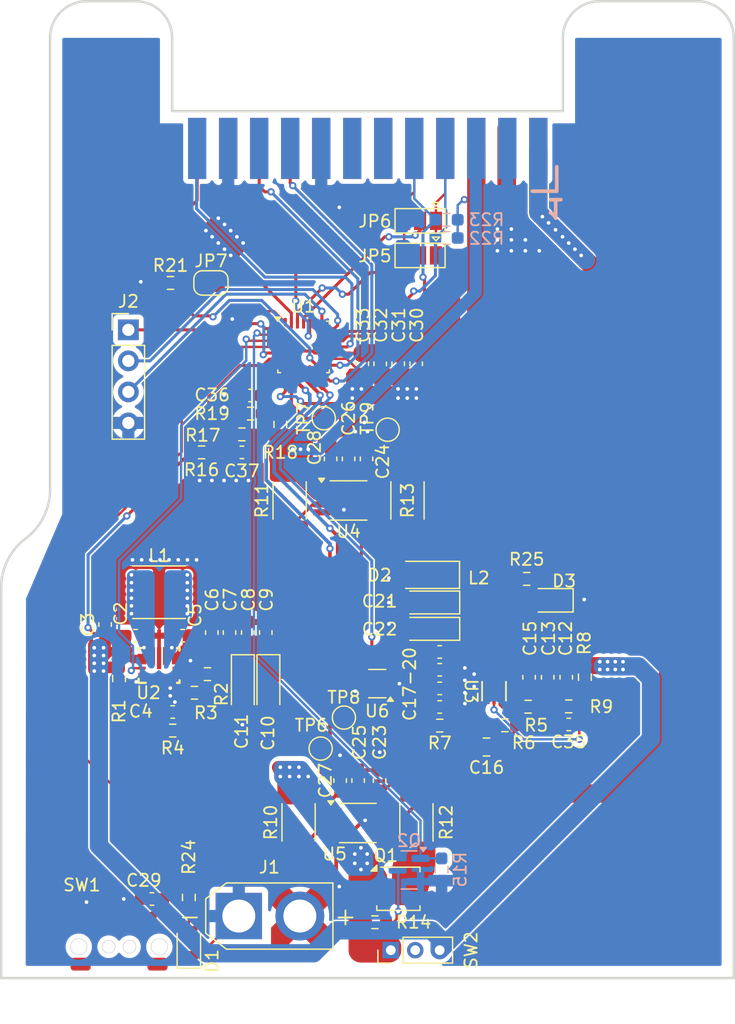
<source format=kicad_pcb>
(kicad_pcb (version 20241229) (generator "pcbnew") (generator_version "9.0")
  (layers (0 "F.Cu" signal) (2 "B.Cu" signal) (13 "F.Paste" user) (15 "B.Paste" user) (5 "F.SilkS" user "F.Silkscreen") (7 "B.SilkS" user "B.Silkscreen") (1 "F.Mask" user) (3 "B.Mask" user) (25 "Edge.Cuts" user))
  (net 0 "")
  (net 1 "GND")
  (net 2 "/C_UART_TX")
  (net 3 "/SPI.MISO")
  (net 4 "/SPI.CS1")
  (net 5 "/SPI.SCK")
  (net 6 "/SPI.CS0")
  (net 7 "/SPI.MOSI")
  (net 8 "/I2C0_SCL")
  (net 9 "/C_UART_RX")
  (net 10 "/BATT_BYPASS")
  (net 17 "/I2C0_SDA")
  (net 18 "+5V")
  (net 19 "+3.3V")
  (net 20 "/Controlador/BATT_INPUT")
  (net 21 "/LIPO_TO_5V/AUX")
  (net 22 "/LIPO_TO_5V/5V_OUT")
  (net 23 "Net-(U3-FB)")
  (net 24 "/LIPO_TO_3V/3V3_OUT")
  (net 25 "/I_{BYPASS}_SENSE")
  (net 26 "/I_{3v3}_SENSE")
  (net 27 "/I_{IN}_SENSE")
  (net 28 "/I_{5v}_SENSE")
  (net 29 "/Controlador/~{RESET}")
  (net 30 "Net-(U3-EN)")
  (net 31 "/Controlador/V_{5V}_SENSE")
  (net 32 "/Controlador/V_{IN}_SENSE")
  (net 33 "Net-(D1-A)")
  (net 34 "Net-(D3-A)")
  (net 35 "/CurrentSense_Lipo/V_IN_{1}")
  (net 36 "/Controlador/SWCLK")
  (net 37 "/Controlador/SWDIO")
  (net 38 "/Controlador/UART_RX")
  (net 39 "/Controlador/UART_TX")
  (net 40 "Net-(JP7-B)")
  (net 41 "Net-(JP7-A)")
  (net 42 "Net-(L1--)")
  (net 43 "Net-(L1-+)")
  (net 44 "Net-(L2-+)")
  (net 45 "/BATT_INPUT")
  (net 46 "/BATT_BYPASS_SW/BATT_OUT")
  (net 47 "Net-(Q1-G)")
  (net 48 "/BYPASS_EN")
  (net 49 "Net-(U2-PS{slash}SYNC)")
  (net 50 "/LIPO_TO_5V/FB")
  (net 51 "Net-(U2-PG)")
  (net 52 "Net-(R6-Pad2)")
  (net 54 "/Controlador/TEMP_SENSOR")
  (net 55 "/Controlador/5V_ENABLE")
  (net 56 "Net-(U1-PA15)")
  (footprint "Capacitor_SMD:C_0603_1608Metric_Pad1.08x0.95mm_HandSolder" (layer "F.Cu") (at 180.848 59.0804 90)
    (property "Reference" "C26")
    (property "Value" "100n")
  )
  (footprint "Capacitor_SMD:C_0603_1608Metric_Pad1.08x0.95mm_HandSolder" (layer "F.Cu") (at 195.6308 76.9631 -90)
    (property "Reference" "C15")
    (property "Value" "100n")
  )
  (footprint "Capacitor_SMD:C_0603_1608Metric_Pad1.08x0.95mm_HandSolder" (layer "F.Cu") (at 172.8235 53.8896 180)
    (property "Reference" "C36")
    (property "Value" "0.1u")
  )
  (footprint "Package_TO_SOT_SMD:SOT-353_SC-70-5" (layer "F.Cu") (at 183.195 77.485 180)
    (property "Reference" "U6")
    (property "Value" "TMP20AIDCK")
  )
  (footprint "Capacitor_SMD:C_0603_1608Metric_Pad1.08x0.95mm_HandSolder" (layer "F.Cu") (at 172.593 73.3033 90)
    (property "Reference" "C8")
    (property "Value" "22u")
  )
  (footprint "Package_DFN_QFN:QFN-28_4x4mm_P0.5mm" (layer "F.Cu") (at 177.165 49.911)
    (property "Reference" "U1")
    (property "Value" "STM32L031G6Ux")
  )
  (footprint "Resistor_SMD:R_0603_1608Metric_Pad0.98x0.95mm_HandSolder" (layer "F.Cu") (at 198.8801 79.3496)
    (property "Reference" "R9")
    (property "Value" "22k")
  )
  (footprint "Jumper:SolderJumper-3_P1.3mm_Open_Pad1.0x1.5mm" (layer "F.Cu") (at 186.7032 42.418 180)
    (property "Reference" "JP5")
    (property "Value" "TX")
  )
  (footprint "Capacitor_SMD:C_0603_1608Metric_Pad1.08x0.95mm_HandSolder" (layer "F.Cu") (at 188.3145 77.8764)
    (property "Reference" "C19" (hide yes))
    (property "Value" "22u")
  )
  (footprint "Package_SO:VSSOP-8_3x3mm_P0.65mm" (layer "F.Cu") (at 181.61 88.9)
    (property "Reference" "U5")
    (property "Value" "~")
  )
  (footprint "Resistor_SMD:R_0603_1608Metric_Pad0.98x0.95mm_HandSolder" (layer "F.Cu") (at 166.264033 44.672428)
    (property "Reference" "R21")
    (property "Value" "10k")
  )
  (footprint "Capacitor_SMD:C_0603_1608Metric_Pad1.08x0.95mm_HandSolder" (layer "F.Cu") (at 181.6313 85.426 90)
    (property "Reference" "C25")
    (property "Value" "100n")
  )
  (footprint "Capacitor_SMD:C_0603_1608Metric_Pad1.08x0.95mm_HandSolder" (layer "F.Cu") (at 188.3145 74.8884)
    (property "Reference" "C17" (hide yes))
    (property "Value" "22u")
  )
  (footprint "Capacitor_SMD:C_0603_1608Metric_Pad1.08x0.95mm_HandSolder" (layer "F.Cu") (at 164.7455 95.123 180)
    (property "Reference" "C29")
    (property "Value" "0.1u")
  )
  (footprint "Capacitor_SMD:C_0603_1608Metric_Pad1.08x0.95mm_HandSolder" (layer "F.Cu") (at 188.3145 79.4004)
    (property "Reference" "C20" (hide yes))
    (property "Value" "22u")
  )
  (footprint "Resistor_SMD:R_0603_1608Metric_Pad0.98x0.95mm_HandSolder" (layer "F.Cu") (at 172.1115 57.0738 180)
    (property "Reference" "R17")
    (property "Value" "10k")
  )
  (footprint "Resistor_SMD:R_2010_5025Metric_Pad1.40x2.65mm_HandSolder" (layer "F.Cu") (at 185.674 62.484 90)
    (property "Reference" "R13")
    (property "Value" "50")
  )
  (footprint "Resistor_SMD:R_0603_1608Metric_Pad0.98x0.95mm_HandSolder" (layer "F.Cu") (at 162.052 77.0655 -90)
    (property "Reference" "R1")
    (property "Value" "10k")
  )
  (footprint "Resistor_SMD:R_0603_1608Metric_Pad0.98x0.95mm_HandSolder" (layer "F.Cu") (at 195.4379 68.909 180)
    (property "Reference" "R25")
    (property "Value" "2k2")
  )
  (footprint "Capacitor_SMD:C_0603_1608Metric_Pad1.08x0.95mm_HandSolder" (layer "F.Cu") (at 184.912 51.2917 -90)
    (property "Reference" "C31")
    (property "Value" "22n")
  )
  (footprint "Capacitor_SMD:C_0603_1608Metric_Pad1.08x0.95mm_HandSolder" (layer "F.Cu") (at 183.388 85.426 -90)
    (property "Reference" "C23")
    (property "Value" "100n")
  )
  (footprint "Package_SO:VSSOP-8_3x3mm_P0.65mm" (layer "F.Cu") (at 180.848 62.484)
    (property "Reference" "U4")
    (property "Value" "~")
  )
  (footprint "Resistor_SMD:R_0603_1608Metric_Pad0.98x0.95mm_HandSolder" (layer "F.Cu") (at 166.4462 81.3308 180)
    (property "Reference" "R4")
    (property "Value" "100k")
  )
  (footprint "Capacitor_SMD:C_0603_1608Metric_Pad1.08x0.95mm_HandSolder" (layer "F.Cu") (at 183.4388 51.2917 -90)
    (property "Reference" "C32")
    (property "Value" "10u")
  )
  (footprint "Capacitor_SMD:C_0603_1608Metric_Pad1.08x0.95mm_HandSolder" (layer "F.Cu") (at 169.6466 73.3033 90)
    (property "Reference" "C6")
    (property "Value" "22u")
  )
  (footprint "Capacitor_SMD:C_0603_1608Metric_Pad1.08x0.95mm_HandSolder" (layer "F.Cu") (at 166.4451 79.8068)
    (property "Reference" "C4")
    (property "Value" "10n")
  )
  (footprint "Capacitor_SMD:C_0603_1608Metric_Pad1.08x0.95mm_HandSolder" (layer "F.Cu") (at 171.099 73.3033 90)
    (property "Reference" "C7")
    (property "Value" "22u")
  )
  (footprint "Resistor_SMD:R_2010_5025Metric_Pad1.40x2.65mm_HandSolder" (layer "F.Cu") (at 176.022 62.484 90)
    (property "Reference" "R11")
    (property "Value" "50")
  )
  (footprint "Resistor_SMD:R_0603_1608Metric_Pad0.98x0.95mm_HandSolder" (layer "F.Cu") (at 195.5546 79.375)
    (property "Reference" "R5")
    (property "Value" "10k")
  )
  (footprint "Capacitor_SMD:C_0603_1608Metric_Pad1.08x0.95mm_HandSolder" (layer "F.Cu") (at 174.0662 73.3033 90)
    (property "Reference" "C9")
    (property "Value" "22u")
  )
  (footprint "Resistor_SMD:R_0603_1608Metric_Pad0.98x0.95mm_HandSolder" (layer "F.Cu") (at 172.8235 55.372)
    (property "Reference" "R19")
    (property "Value" "10k")
  )
  (footprint "IcaroFootprints:SideSwitch_2.7_4.65" (layer "F.Cu") (at 162.052 99.032)
    (property "Reference" "SW1")
    (property "Value" "RESET")
    (fp_circle (center -3.3 0) (end -2.625 0) (stroke (width 0.05)) (fill no) (layer "Edge.Cuts"))
    (fp_circle (center -0.85 0) (end -0.325 0) (stroke (width 0.05)) (fill no) (layer "Edge.Cuts"))
    (fp_circle (center 0.85 0) (end 1.375 0) (stroke (width 0.05)) (fill no) (layer "Edge.Cuts"))
    (fp_circle (center 3.3 0) (end 3.975 0) (stroke (width 0.05)) (fill no) (layer "Edge.Cuts"))
  )
  (footprint "Capacitor_SMD:C_0603_1608Metric_Pad1.08x0.95mm_HandSolder" (layer "F.Cu") (at 180.1581 85.426 90)
    (property "Reference" "C27")
    (property "Value" "100n")
  )
  (footprint "Capacitor_Tantalum_SMD:CP_EIA-3216-18_Kemet-A_Pad1.58x1.35mm_HandSolder" (layer "F.Cu") (at 187.4671 72.9996 180)
    (property "Reference" "C22")
    (property "Value" "220u")
  )
  (footprint "Resistor_SMD:R_0603_1608Metric_Pad0.98x0.95mm_HandSolder" (layer "F.Cu") (at 183.007 97.028)
    (property "Reference" "R14")
    (property "Value" "1Meg")
  )
  (footprint "Resistor_SMD:R_0603_1608Metric_Pad0.98x0.95mm_HandSolder" (layer "F.Cu") (at 169.291 76.708 180)
    (property "Reference" "R2")
    (property "Value" "680k")
  )
  (footprint "Capacitor_Tantalum_SMD:CP_EIA-3216-18_Kemet-A_Pad1.58x1.35mm_HandSolder" (layer "F.Cu") (at 174.2842 77.6024 -90)
    (property "Reference" "C10")
    (property "Value" "220u")
  )
  (footprint "TestPoint:TestPoint_Pad_D1.5mm" (layer "F.Cu") (at 178.816 55.753 90)
    (property "Reference" "TP7")
    (property "Value" "I1")
  )
  (footprint "LED_SMD:LED_0805_2012Metric_Pad1.15x1.40mm_HandSolder" (layer "F.Cu") (at 167.767 98.933 90)
    (property "Reference" "D1")
    (property "Value" "LED")
  )
  (footprint "Capacitor_SMD:C_0603_1608Metric_Pad1.08x0.95mm_HandSolder" (layer "F.Cu") (at 181.9748 51.2917 -90)
    (property "Reference" "C33")
    (property "Value" "22n")
  )
  (footprint "Resistor_SMD:R_2010_5025Metric_Pad1.40x2.65mm_HandSolder" (layer "F.Cu") (at 176.7545 88.85 90)
    (property "Reference" "R10")
    (property "Value" "50")
  )
  (footprint "Capacitor_SMD:C_0805_2012Metric_Pad1.18x1.45mm_HandSolder" (layer "F.Cu") (at 192.1491 82.677 180)
    (property "Reference" "C16")
    (property "Value" "30p")
  )
  (footprint "LED_SMD:LED_0805_2012Metric_Pad1.15x1.40mm_HandSolder" (layer "F.Cu") (at 197.3834 70.6616 180)
    (property "Reference" "D3")
    (property "Value" "LED")
  )
  (footprint "Capacitor_SMD:C_0603_1608Metric_Pad1.08x0.95mm_HandSolder" (layer "F.Cu") (at 179.3748 59.0804 90)
    (property "Reference" "C28")
    (property "Value" "100n")
  )
  (footprint "TestPoint:TestPoint_Pad_D1.5mm" (layer "F.Cu") (at 184.0484 56.6928 90)
    (property "Reference" "TP9")
    (property "Value" "I2")
  )
  (footprint "Connector_PinHeader_2.00mm:PinHeader_1x03_P2.00mm_Vertical" (layer "F.Cu") (at 184.309 99.314 90)
    (property "Reference" "SW2")
    (property "Value" "SW_SPDT_312")
  )
  (footprint "Resistor_SMD:R_0603_1608Metric_Pad0.98x0.95mm_HandSolder" (layer "F.Cu") (at 188.3156 80.9244 180)
    (property "Reference" "R7")
    (property "Value" "22k")
  )
  (footprint "IcaroFootprints:TPS564242DRLR_TEX" (layer "F.Cu") (at 192.7606 78.105 -90)
    (property "Reference" "U3")
    (property "Value" "~")
  )
  (footprint "Capacitor_SMD:C_0603_1608Metric_Pad1.08x0.95mm_HandSolder" (layer "F.Cu") (at 182.3212 59.0804 -90)
    (property "Reference" "C24")
    (property "Value" "100n")
  )
  (footprint "Resistor_SMD:R_0603_1608Metric_Pad0.98x0.95mm_HandSolder" (layer "F.Cu") (at 200.2028 76.9601 90)
    (property "Reference" "R8")
    (property "Value" "22k")
  )
  (footprint "Capacitor_SMD:C_0603_1608Metric_Pad1.08x0.95mm_HandSolder" (layer "F.Cu") (at 188.3145 76.3524)
    (property "Reference" "C18" (hide yes))
    (property "Value" "22u")
  )
  (footprint "Resistor_SMD:R_0603_1608Metric_Pad0.98x0.95mm_HandSolder" (layer "F.Cu") (at 175.26 56.261 -90)
    (property "Reference" "R18")
    (property "Value" "10k")
  )
  (footprint "Jumper:SolderJumper-3_P1.3mm_Open_Pad1.0x1.5mm" (layer "F.Cu") (at 186.7032 39.5868 180)
    (property "Reference" "JP6")
    (property "Value" "RX")
  )
  (footprint "Diode_SMD:D_MiniMELF" (layer "F.Cu") (at 187.2768 68.58 180)
    (property "Reference" "D2")
    (property "Value" "ZMM3v3")
  )
  (footprint "Resistor_SMD:R_0603_1608Metric_Pad0.98x0.95mm_HandSolder" (layer "F.Cu") (at 168.2242 78.232 180)
    (property "Reference" "R3")
    (property "Value" "130k")
  )
  (footprint "Capacitor_SMD:C_0603_1608Metric_Pad1.08x0.95mm_HandSolder" (layer "F.Cu") (at 172.1115 58.547)
    (property "Reference" "C37")
    (property "Value" "0.1u")
  )
  (footprint "Capacitor_SMD:C_0603_1608Metric_Pad1.08x0.95mm_HandSolder" (layer "F.Cu") (at 198.8846 80.8304 180)
    (property "Reference" "C35")
    (property "Value" "100n")
  )
  (footprint "Resistor_SMD:R_2010_5025Metric_Pad1.40x2.65mm_HandSolder" (layer "F.Cu") (at 186.4065 88.85 90)
    (property "Reference" "R12")
    (property "Value" "50")
  )
  (footprint "Connector_PinHeader_2.54mm:PinHeader_1x04_P2.54mm_Vertical" (layer "F.Cu") (at 162.814 48.514)
    (property "Reference" "J2")
    (property "Value" "SW-DP")
  )
  (footprint "Resistor_SMD:R_0603_1608Metric_Pad0.98x0.95mm_HandSolder" (layer "F.Cu") (at 168.8095 58.547 180)
    (property "Reference" "R16")
    (property "Value" "R_Small")
  )
  (footprint "Resistor_SMD:R_0603_1608Metric_Pad0.98x0.95mm_HandSolder" (layer "F.Cu") (at 193.6496 80.899 180)
    (property "Reference" "R6")
    (property "Value" "22k")
  )
  (footprint "Resistor_SMD:R_0603_1608Metric_Pad0.98x0.95mm_HandSolder" (layer "F.Cu") (at 167.767 94.996 90)
    (property "Reference" "R24")
    (property "Value" "2k2")
  )
  (footprint "Jumper:SolderJumper-2_P1.3mm_Open_RoundedPad1.0x1.5mm" (layer "F.Cu") (at 169.576433 44.672428)
    (property "Reference" "JP7")
    (property "Value" "boot_jumper")
  )
  (footprint "Capacitor_SMD:C_0603_1608Metric_Pad1.08x0.95mm_HandSolder" (layer "F.Cu") (at 198.6788 76.9631 -90)
    (property "Reference" "C12")
    (property "Value" "10u")
  )
  (footprint "AMASS:AMASS_XT30U-F_1x02_P5.0mm_Vertical" (layer "F.Cu") (at 171.8588 96.52)
    (property "Reference" "J1")
    (property "Value" "CI_BATT")
  )
  (footprint "Capacitor_SMD:C_0603_1608Metric_Pad1.08x0.95mm_HandSolder" (layer "F.Cu") (at 167.259 73.5584 180)
    (property "Reference" "C5")
    (property "Value" "10u")
  )
  (footprint "IcaroFootprints:RNM0015A" (layer "F.Cu") (at 165.3286 75.9968 90)
    (property "Reference" "U2")
    (property "Value" "TPS63070")
  )
  (footprint "TestPoint:TestPoint_Pad_D1.5mm" (layer "F.Cu") (at 178.562 82.804)
    (property "Reference" "TP6")
    (property "Value" "I1")
  )
  (footprint "Capacitor_SMD:C_0603_1608Metric_Pad1.08x0.95mm_HandSolder" (layer "F.Cu") (at 186.3852 51.2917 -90)
    (property "Reference" "C30")
    (property "Value" "10u")
  )
  (footprint "Package_SON:Diodes_PowerDI3333-8" (layer "F.Cu") (at 184.9274 94.2848)
    (property "Reference" "Q1")
    (property "Value" "AGP30P35AP")
  )
  (footprint "Capacitor_SMD:C_0603_1608Metric_Pad1.08x0.95mm_HandSolder" (layer "F.Cu") (at 160.909 72.644 90)
    (property "Reference" "C3")
    (property "Value" "10u")
  )
  (footprint "IcaroFootprints:PSPCA_D43_Series" (layer "F.Cu") (at 192.6844 72.4656 90)
    (property "Reference" "L2")
    (property "Value" "3.3u")
  )
  (footprint "TestPoint:TestPoint_Pad_D1.5mm" (layer "F.Cu") (at 180.467 80.264)
    (property "Reference" "TP8")
    (property "Value" "I2")
  )
  (footprint "Capacitor_SMD:C_0603_1608Metric_Pad1.08x0.95mm_HandSolder" (layer "F.Cu") (at 197.1548 76.9631 -90)
    (property "Reference" "C13")
    (property "Value" "10u")
  )
  (footprint "Capacitor_Tantalum_SMD:CP_EIA-3216-18_Kemet-A_Pad1.58x1.35mm_HandSolder" (layer "F.Cu") (at 187.4671 70.8406 180)
    (property "Reference" "C21")
    (property "Value" "220u")
  )
  (footprint "Inductor_SMD:L_Coilcraft_XxL4040" (layer "F.Cu") (at 165.3286 70.0024)
    (property "Reference" "L1")
    (property "Value" "1.5u")
  )
  (footprint "Capacitor_Tantalum_SMD:CP_EIA-3216-18_Kemet-A_Pad1.58x1.35mm_HandSolder" (layer "F.Cu") (at 172.1866 77.6073 -90)
    (property "Reference" "C11")
    (property "Value" "220u")
  )
  (footprint "Capacitor_SMD:C_0603_1608Metric_Pad1.08x0.95mm_HandSolder" (layer "F.Cu") (at 163.3982 73.5584)
    (property "Reference" "C2")
    (property "Value" "10u")
  )
  (footprint "Resistor_SMD:R_0603_1608Metric_Pad0.98x0.95mm_HandSolder" (layer "B.Cu") (at 188.468 92.71 -90)
    (property "Reference" "R15")
    (property "Value" "1Meg")
  )
  (footprint "IcaroFootprints:Connector_Icaro_Edge_tarjeta" (layer "B.Cu") (at 182.4 33.655)
    (property "Reference" "J3" (hide yes))
    (property "Value" "CIO_MAIN_CONNECTOR" (hide yes))
  )
  (footprint "Resistor_SMD:R_0603_1608Metric_Pad0.98x0.95mm_HandSolder" (layer "B.Cu") (at 188.8725 39.497)
    (property "Reference" "R23")
    (property "Value" "2k2")
  )
  (footprint "Package_TO_SOT_SMD:SOT-23" (layer "B.Cu") (at 185.8033 92.7456 180)
    (property "Reference" "Q2")
    (property "Value" "IRLM2502")
  )
  (footprint "Resistor_SMD:R_0603_1608Metric_Pad0.98x0.95mm_HandSolder" (layer "B.Cu") (at 188.8725 40.992)
    (property "Reference" "R22")
    (property "Value" "2k2")
  )
  (gr_line (start 212.4 101.6) (end 152.4 101.6) (stroke (width 0.2)) (layer "Edge.Cuts"))
  (gr_arc (start 152.4 69.6) (mid 152.927864 67.363932) (end 154.4 65.6) (stroke (width 0.2)) (layer "Edge.Cuts"))
  (gr_line (start 166.4 30.6) (end 198.4 30.6) (stroke (width 0.2)) (layer "Edge.Cuts"))
  (gr_arc (start 163.4 21.6) (mid 165.52132 22.47868) (end 166.4 24.6) (stroke (width 0.2)) (layer "Edge.Cuts"))
  (gr_line (start 201.4 21.6) (end 209.4 21.6) (stroke (width 0.2)) (layer "Edge.Cuts"))
  (gr_arc (start 156.4 24.6) (mid 157.27868 22.47868) (end 159.4 21.6) (stroke (width 0.2)) (layer "Edge.Cuts"))
  (gr_arc (start 198.4 24.6) (mid 199.27868 22.47868) (end 201.4 21.6) (stroke (width 0.2)) (layer "Edge.Cuts"))
  (gr_line (start 198.4 30.6) (end 198.4 24.6) (stroke (width 0.2)) (layer "Edge.Cuts"))
  (gr_arc (start 209.4 21.6) (mid 211.52132 22.47868) (end 212.4 24.6) (stroke (width 0.2)) (layer "Edge.Cuts"))
  (gr_line (start 152.4 69.6) (end 152.4 101.6) (stroke (width 0.2)) (layer "Edge.Cuts"))
  (gr_line (start 163.4 21.6) (end 159.4 21.6) (stroke (width 0.2)) (layer "Edge.Cuts"))
  (gr_line (start 166.4 24.6) (end 166.4 30.6) (stroke (width 0.2)) (layer "Edge.Cuts"))
  (gr_line (start 156.4 24.6) (end 156.4 61.6) (stroke (width 0.2)) (layer "Edge.Cuts"))
  (gr_arc (start 156.4 61.6) (mid 155.872136 63.836068) (end 154.4 65.6) (stroke (width 0.2)) (layer "Edge.Cuts"))
  (gr_line (start 212.4 24.6) (end 212.4 101.6) (stroke (width 0.2)) (layer "Edge.Cuts"))
  (gr_text "C17-20" (at 186.436 80.645 90) (layer "F.SilkS") (effects (font (size 1 1)) (justify left bottom)))
  (segment (start 180.875 89.875) (end 179.4975 89.875) (width 0.3) (layer "F.Cu") (net 1))
  (segment (start 184.3184 68.6816) (end 184.15 68.85) (width 1) (layer "F.Cu") (net 1))
  (segment (start 180.1581 83.3581) (end 180.15 83.35) (width 0.3) (layer "F.Cu") (net 1))
  (segment (start 175.665 47.9135) (end 174.7415 46.99) (width 0.2) (layer "F.Cu") (net 1))
  (segment (start 163.883 95.123) (end 162.433 95.123) (width 0.2) (layer "F.Cu") (net 1))
  (segment (start 163.9286 76.8634) (end 163.449 77.343) (width 0.2) (layer "F.Cu") (net 1))
  (segment (start 179.832 90.2095) (end 179.832 93.853) (width 0.3) (layer "F.Cu") (net 1))
  (segment (start 181.435 78.135) (end 181.4 78.1) (width 0.3) (layer "F.Cu") (net 1))
  (segment (start 186.0296 72.9996) (end 184.5496 72.9996) (width 1) (layer "F.Cu") (net 1))
  (segment (start 174.7415 46.99) (end 171.958 46.99) (width 0.2) (layer "F.Cu") (net 1))
  (segment (start 185.5268 68.58) (end 185.4252 68.6816) (width 1) (layer "F.Cu") (net 1))
  (segment (start 185.4252 68.6816) (end 184.3184 68.6816) (width 1) (layer "F.Cu") (net 1))
  (segment (start 163.9286 76.7218) (end 163.9286 76.8634) (width 0.2) (layer "F.Cu") (net 1))
  (segment (start 178.61 33.655) (end 178.61 37.005) (width 1) (layer "F.Cu") (net 1))
  (segment (start 178.61 37.005) (end 180.086 38.481) (width 1) (layer "F.Cu") (net 1))
  (segment (start 184.5496 72.9996) (end 184.15 72.6) (width 1) (layer "F.Cu") (net 1))
  (segment (start 198.4084 70.6616) (end 200.0884 70.6616) (width 1) (layer "F.Cu") (net 1))
  (segment (start 182.204999 88.686001) (end 182.063999 88.686001) (width 0.3) (layer "F.Cu") (net 1))
  (segment (start 179.4975 89.875) (end 179.832 90.2095) (width 0.3) (layer "F.Cu") (net 1))
  (segment (start 186.0296 70.8406) (end 184.1594 70.8406) (width 1) (layer "F.Cu") (net 1))
  (segment (start 184.1594 70.8406) (end 184.15 70.85) (width 1) (layer "F.Cu") (net 1))
  (segment (start 166.7286 76.221801) (end 167.278199 76.221801) (width 0.3) (layer "F.Cu") (net 1))
  (segment (start 179.1305 50.883) (end 180.7036 50.883) (width 0.2) (layer "F.Cu") (net 1))
  (segment (start 180.1581 84.5635) (end 180.1581 83.3581) (width 0.3) (layer "F.Cu") (net 1))
  (segment (start 165.354 73.152) (end 165.3286 73.1774) (width 0.3) (layer "F.Cu") (net 1))
  (segment (start 174.2842 79.0399) (end 172.1915 79.0399) (width 1) (layer "F.Cu") (net 1))
  (segment (start 182.245 78.135) (end 181.435 78.135) (width 0.3) (layer "F.Cu") (net 1))
  (segment (start 180.254 63.459) (end 180.467 63.246) (width 0.2) (layer "F.Cu") (net 1))
  (segment (start 186.0296 69.1844) (end 185.5268 68.6816) (width 1) (layer "F.Cu") (net 1))
  (segment (start 180.7036 50.883) (end 181.9748 52.1542) (width 0.2) (layer "F.Cu") (net 1))
  (segment (start 182.063999 88.686001) (end 180.875 89.875) (width 0.3) (layer "F.Cu") (net 1))
  (segment (start 183.388 83.112) (end 183.4 83.1) (width 0.3) (layer "F.Cu") (net 1))
  (segment (start 165.3286 75.396801) (end 165.3286 73.1774) (width 0.3) (layer "F.Cu") (net 1))
  (segment (start 167.767 99.958) (end 168.4208 99.958) (width 0.2) (layer "F.Cu") (net 1))
  (segment (start 200.0884 70.6616) (end 200.15 70.6) (width 1) (layer "F.Cu") (net 1))
  (segment (start 183.388 84.5635) (end 183.388 83.112) (width 0.3) (layer "F.Cu") (net 1))
  (segment (start 172.1915 79.0399) (end 172.1866 79.0448) (width 1) (layer "F.Cu") (net 1))
  (segment (start 186.0296 70.8406) (end 186.0296 69.1844) (width 1) (layer "F.Cu") (net 1))
  (segment (start 184.145 77.485) (end 185.015 77.485) (width 0.3) (layer "F.Cu") (net 1))
  (segment (start 178.7355 63.459) (end 180.254 63.459) (width 0.2) (layer "F.Cu") (net 1))
  (segment (start 179.1025 50.911) (end 179.1305 50.883) (width 0.2) (layer "F.Cu") (net 1))
  (segment (start 172.1866 79.0448) (end 172.1866 80.8134) (width 0.3) (layer "F.Cu") (net 1))
  (segment (start 167.278199 76.221801) (end 167.9 75.6) (width 0.3) (layer "F.Cu") (net 1))
  (segment (start 168.4208 99.958) (end 171.8588 96.52) (width 0.2) (layer "F.Cu") (net 1))
  (segment (start 185.5268 68.6816) (end 185.5268 68.58) (width 1) (layer "F.Cu") (net 1))
  (segment (start 163.925428 44.672428) (end 163.83 44.577) (width 0.2) (layer "F.Cu") (net 1))
  (segment (start 159.502 95.494) (end 159.385 95.377) (width 0.2) (layer "F.Cu") (net 1))
  (segment (start 179.832 93.853) (end 180.086 94.107) (width 0.3) (layer "F.Cu") (net 1))
  (segment (start 186.0296 72.9996) (end 186.0296 70.8406) (width 1) (layer "F.Cu") (net 1))
  (segment (start 172.1866 80.8134) (end 172.15 80.85) (width 0.3) (layer "F.Cu") (net 1))
  (segment (start 171.958 46.99) (end 171.323 47.625) (width 0.2) (layer "F.Cu") (net 1))
  (segment (start 159.502 97.082) (end 159.502 95.494) (width 0.2) (layer "F.Cu") (net 1))
  (segment (start 165.351533 44.672428) (end 163.925428 44.672428) (width 0.2) (layer "F.Cu") (net 1))
  (segment (start 180.1581 84.5635) (end 183.388 84.5635) (width 0.3) (layer "F.Cu") (net 1))
  (via (at 195.326 41.148) (size 0.6) (drill 0.3) (layers "F.Cu" "B.Cu") (net 1))
  (via (at 171.65 60.85) (size 0.6) (drill 0.3) (layers "F.Cu" "B.Cu") (net 1))
  (via (at 169.65 60.85) (size 0.6) (drill 0.3) (layers "F.Cu" "B.Cu") (net 1))
  (via (at 170.688 39.878) (size 0.6) (drill 0.3) (layers "F.Cu" "B.Cu") (net 1))
  (via (at 184.15 72.6) (size 0.6) (drill 0.3) (layers "F.Cu" "B.Cu") (net 1))
  (via (at 163.83 44.577) (size 0.6) (drill 0.3) (layers "F.Cu" "B.Cu") (net 1))
  (via (at 182.4 56.85) (size 0.6) (drill 0.3) (layers "F.Cu" "B.Cu") (net 1))
  (via (at 169.672 40.894) (size 0.6) (drill 0.3) (layers "F.Cu" "B.Cu") (net 1))
  (via (at 167.9 75.6) (size 0.6) (drill 0.3) (layers "F.Cu" "B.Cu") (net 1))
  (via (at 196.469 42.037) (size 0.6) (drill 0.3) (layers "F.Cu" "B.Cu") (net 1))
  (via (at 186.4 53.35) (size 0.6) (drill 0.3) (layers "F.Cu" "B.Cu") (net 1))
  (via (at 181.9 53.35) (size 0.6) (drill 0.3) (layers "F.Cu" "B.Cu") (net 1))
  (via (at 181.4 78.1) (size 0.6) (drill 0.3) (layers "F.Cu" "B.Cu") (net 1))
  (via (at 194.183 40.259) (size 0.6) (drill 0.3) (layers "F.Cu" "B.Cu") (net 1))
  (via (at 182.204999 88.686001) (size 0.6) (drill 0.3) (layers "F.Cu" "B.Cu") (net 1))
  (via (at 190.373 78.232) (size 0.6) (drill 0.3) (layers "F.Cu" "B.Cu") (net 1))
  (via (at 190.373 79.121) (size 0.6) (drill 0.3) (layers "F.Cu" "B.Cu") (net 1))
  (via (at 170.18 39.37) (size 0.6) (drill 0.3) (layers "F.Cu" "B.Cu") (net 1))
  (via (at 181.15 53.35) (size 0.6) (drill 0.3) (layers "F.Cu" "B.Cu") (net 1))
  (via (at 170.688 41.91) (size 0.6) (drill 0.3) (layers "F.Cu" "B.Cu") (net 1))
  (via (at 166.624 78.994) (size 0.6) (drill 0.3) (layers "F.Cu" "B.Cu") (net 1))
  (via (at 193.04 41.148) (size 0.6) (drill 0.3) (layers "F.Cu" "B.Cu") (net 1))
  (via (at 191.135 76.708) (size 0.6) (drill 0.3) (layers "F.Cu" "B.Cu") (net 1))
  (via (at 171.196 42.418) (size 0.6) (drill 0.3) (layers "F.Cu" "B.Cu") (net 1))
  (via (at 193.04 40.259) (size 0.6) (drill 0.3) (layers "F.Cu" "B.Cu") (net 1))
  (via (at 184.15 70.85) (size 0.6) (drill 0.3) (layers "F.Cu" "B.Cu") (net 1))
  (via (at 193.04 42.037) (size 0.6) (drill 0.3) (layers "F.Cu" "B.Cu") (net 1))
  (via (at 191.135 77.724) (size 0.6) (drill 0.3) (layers "F.Cu" "B.Cu") (net 1))
  (via (at 170.18 41.402) (size 0.6) (drill 0.3) (layers "F.Cu" "B.Cu") (net 1))
  (via (at 190.373 76.2) (size 0.6) (drill 0.3) (layers "F.Cu" "B.Cu") (net 1))
  (via (at 159.385 95.377) (size 0.6) (drill 0.3) (layers "F.Cu" "B.Cu") (net 1))
  (via (at 200.15 70.6) (size 0.6) (drill 0.3) (layers "F.Cu" "B.Cu") (net 1))
  (via (at 166.9 67.35) (size 0.6) (drill 0.3) (layers "F.Cu" "B.Cu") (net 1))
  (via (at 182.15 56.1) (size 0.6) (drill 0.3) (layers "F.Cu" "B.Cu") (net 1))
  (via (at 195.326 42.037) (size 0.6) (drill 0.3) (layers "F.Cu" "B.Cu") (net 1))
  (via (at 168.4 67.35) (size 0.6) (drill 0.3) (layers "F.Cu" "B.Cu") (net 1))
  (via (at 181.15 54.1) (size 0.6) (drill 0.3) (layers "F.Cu" "B.Cu") (net 1))
  (via (at 186.4 54.1) (size 0.6) (drill 0.3) (layers "F.Cu" "B.Cu") (net 1))
  (via (at 163.449 77.343) (size 0.6) (drill 0.3) (layers "F.Cu" "B.Cu") (net 1))
  (via (at 194.183 41.148) (size 0.6) (drill 0.3) (layers "F.Cu" "B.Cu") (net 1))
  (via (at 169.164 40.386) (size 0.6) (drill 0.3) (layers "F.Cu" "B.Cu") (net 1))
  (via (at 166.15 67.35) (size 0.6) (drill 0.3) (layers "F.Cu" "B.Cu") (net 1))
  (via (at 172.15 80.85) (size 0.6) (drill 0.3) (layers "F.Cu" "B.Cu") (net 1))
  (via (at 170.65 60.85) (size 0.6) (drill 0.3) (layers "F.Cu" "B.Cu") (net 1))
  (via (at 163.15 67.35) (size 0.6) (drill 0.3) (layers "F.Cu" "B.Cu") (net 1))
  (via (at 172.65 60.85) (size 0.6) (drill 0.3) (layers "F.Cu" "B.Cu") (net 1))
  (via (at 166.243 77.851) (size 0.6) (drill 0.3) (layers "F.Cu" "B.Cu") (net 1))
  (via (at 181.4 56.85) (size 0.6) (drill 0.3) (layers "F.Cu" "B.Cu") (net 1))
  (via (at 194.183 42.037) (size 0.6) (drill 0.3) (layers "F.Cu" "B.Cu") (net 1))
  (via (at 184.9 53.35) (size 0.6) (drill 0.3) (layers "F.Cu" "B.Cu") (net 1))
  (via (at 168.65 60.85) (size 0.6) (drill 0.3) (layers "F.Cu" "B.Cu") (net 1))
  (via (at 185.65 53.35) (size 0.6) (drill 0.3) (layers "F.Cu" "B.Cu") (net 1))
  (via (at 172.212 41.402) (size 0.6) (drill 0.3) (layers "F.Cu" "B.Cu") (net 1))
  (via (at 180.15 83.35) (size 0.6) (drill 0.3) (layers "F.Cu" "B.Cu") (net 1))
  (via (at 163.9 67.35) (size 0.6) (drill 0.3) (layers "F.Cu" "B.Cu") (net 1))
  (via (at 170.65 53.85) (size 0.6) (drill 0.3) (layers "F.Cu" "B.Cu") (net 1))
  (via (at 171.196 40.386) (size 0.6) (drill 0.3) (layers "F.Cu" "B.Cu") (net 1))
  (via (at 167.65 67.35) (size 0.6) (drill 0.3) (layers "F.Cu" "B.Cu") (net 1))
  (via (at 185.015 77.485) (size 0.6) (drill 0.3) (layers "F.Cu" "B.Cu") (net 1))
  (via (at 171.704 40.894) (size 0.6) (drill 0.3) (layers "F.Cu" "B.Cu") (net 1))
  (via (at 164.65 67.35) (size 0.6) (drill 0.3) (layers "F.Cu" "B.Cu") (net 1))
  (via (at 180.086 94.107) (size 0.6) (drill 0.3) (layers "F.Cu" "B.Cu") (net 1))
  (via (at 162.433 95.123) (size 0.6) (drill 0.3) (layers "F.Cu" "B.Cu") (net 1))
  (via (at 190.373 77.216) (size 0.6) (drill 0.3) (layers "F.Cu" "B.Cu") (net 1))
  (via (at 166.243 78.486) (size 0.6) (drill 0.3) (layers "F.Cu" "B.Cu") (net 1))
  (via (at 170.65 54.85) (size 0.6) (drill 0.3) (layers "F.Cu" "B.Cu") (net 1))
  (via (at 180.086 38.481) (size 0.6) (drill 0.3) (layers "F.Cu" "B.Cu") (net 1))
  (via (at 185.65 54.1) (size 0.6) (drill 0.3) (layers "F.Cu" "B.Cu") (net 1))
  (via (at 171.323 47.625) (size 0.6) (drill 0.3) (layers "F.Cu" "B.Cu") (net 1))
  (via (at 180.467 63.246) (size 0.6) (drill 0.3) (layers "F.Cu" "B.Cu") (net 1))
  (via (at 165.4 67.35) (size 0.6) (drill 0.3) (layers "F.Cu" "B.Cu") (net 1))
  (via (at 184.9 54.1) (size 0.6) (drill 0.3) (layers "F.Cu" "B.Cu") (net 1))
  (via (at 183.4 83.1) (size 0.6) (drill 0.3) (layers "F.Cu" "B.Cu") (net 1))
  (via (at 184.15 68.85) (size 0.6) (drill 0.3) (layers "F.Cu" "B.Cu") (net 1))
  (segment (start 193.85 37.15) (end 193.4 37.6) (width 1) (layer "B.Cu") (net 1))
  (segment (start 170.99 36.655) (end 170.053 37.592) (width 1) (layer "B.Cu") (net 1))
  (segment (start 193.85 33.655) (end 193.85 37.15) (width 1) (layer "B.Cu") (net 1))
  (segment (start 170.99 33.655) (end 170.99 36.655) (width 1) (layer "B.Cu") (net 1))
  (segment (start 178.61 37.005) (end 179.832 38.227) (width 1) (layer "B.Cu") (net 1))
  (segment (start 178.61 33.655) (end 178.61 37.005) (width 1) (layer "B.Cu") (net 1))
  (segment (start 188.0032 42.2033) (end 188.0032 42.418) (width 0.2) (layer "F.Cu") (net 2))
  (segment (start 188.0032 39.5868) (end 188.0032 38.1048) (width 0.2) (layer "F.Cu") (net 2))
  (segment (start 188.0032 42.418) (end 188.0032 39.5868) (width 0.2) (layer "F.Cu") (net 2))
  (segment (start 188.77 37.338) (end 188.77 33.655) (width 0.2) (layer "F.Cu") (net 2))
  (segment (start 188.77 33.655) (end 188.215 33.1) (width 0.2) (layer "F.Cu") (net 2))
  (segment (start 187.96 42.1601) (end 188.0032 42.2033) (width 0.2) (layer "F.Cu") (net 2))
  (segment (start 188.0032 38.1048) (end 188.77 37.338) (width 0.2) (layer "F.Cu") (net 2))
  (segment (start 174.498 37.211) (end 173.99 37.211) (width 0.25) (layer "F.Cu") (net 3))
  (segment (start 173.99 37.211) (end 173.53 36.751) (width 0.25) (layer "F.Cu") (net 3))
  (segment (start 180.15 51.411) (end 179.1625 51.411) (width 0.25) (layer "F.Cu") (net 3))
  (segment (start 173.53 36.751) (end 173.53 33.655) (width 0.25) (layer "F.Cu") (net 3))
  (via (at 174.498 37.211) (size 0.6) (drill 0.3) (layers "F.Cu" "B.Cu") (net 3))
  (via (at 180.15 51.411) (size 0.6) (drill 0.3) (layers "F.Cu" "B.Cu") (net 3))
  (segment (start 181.61 44.323) (end 174.498 37.211) (width 0.25) (layer "B.Cu") (net 3))
  (segment (start 180.15 51.411) (end 180.745 51.411) (width 0.25) (layer "B.Cu") (net 3))
  (segment (start 181.61 50.546) (end 181.61 44.323) (width 0.25) (layer "B.Cu") (net 3))
  (segment (start 180.745 51.411) (end 181.61 50.546) (width 0.25) (layer "B.Cu") (net 3))
  (segment (start 179.1025 49.911) (end 180.34 49.911) (width 0.25) (layer "F.Cu") (net 4))
  (segment (start 180.34 49.911) (end 180.721 49.911) (width 0.25) (layer "F.Cu") (net 4))
  (segment (start 180.721 49.911) (end 180.975 49.657) (width 0.25) (layer "F.Cu") (net 4))
  (via (at 180.975 49.657) (size 0.6) (drill 0.3) (layers "F.Cu" "B.Cu") (net 4))
  (segment (start 180.581534 44.196) (end 173.996 44.196) (width 0.25) (layer "B.Cu") (net 4))
  (segment (start 180.975 49.657) (end 181.124 49.508) (width 0.25) (layer "B.Cu") (net 4))
  (segment (start 173.996 44.196) (end 168.402 38.602) (width 0.25) (layer "B.Cu") (net 4))
  (segment (start 181.124 49.508) (end 181.124 44.738466) (width 0.25) (layer "B.Cu") (net 4))
  (segment (start 181.124 44.738466) (end 180.581534 44.196) (width 0.25) (layer "B.Cu") (net 4))
  (segment (start 168.402 38.602) (end 168.402 33.862) (width 0.25) (layer "B.Cu") (net 4))
  (segment (start 176.53 46.142) (end 176.53 42.545) (width 0.25) (layer "F.Cu") (net 5))
  (segment (start 177.665 48.903) (end 177.546 49.022) (width 0.25) (layer "F.Cu") (net 5))
  (segment (start 177.665 47.9735) (end 177.665 48.903) (width 0.25) (layer "F.Cu") (net 5))
  (segment (start 170.99 37.005) (end 170.99 33.655) (width 0.25) (layer "F.Cu") (net 5))
  (segment (start 176.53 42.545) (end 170.99 37.005) (width 0.25) (layer "F.Cu") (net 5))
  (via (at 176.53 46.142) (size 0.6) (drill 0.3) (layers "F.Cu" "B.Cu") (net 5))
  (via (at 177.546 49.022) (size 0.6) (drill 0.3) (layers "F.Cu" "B.Cu") (net 5))
  (segment (start 177.546 47.879) (end 177.546 49.022) (width 0.25) (layer "B.Cu") (net 5))
  (segment (start 176.53 46.142) (end 176.53 46.863) (width 0.25) (layer "B.Cu") (net 5))
  (segment (start 176.53 46.863) (end 177.546 47.879) (width 0.25) (layer "B.Cu") (net 5))
  (segment (start 168.45 37.896) (end 168.45 33.655) (width 0.25) (layer "F.Cu") (net 6))
  (segment (start 177.673 50.8) (end 177.673 50.850682) (width 0.25) (layer "F.Cu") (net 6))
  (segment (start 178.165 51.342682) (end 178.165 51.8485) (width 0.25) (layer "F.Cu") (net 6))
  (segment (start 168.171 47.371) (end 166.243 45.443) (width 0.25) (layer "F.Cu") (net 6))
  (segment (start 166.243 45.443) (end 166.243 40.103) (width 0.25) (layer "F.Cu") (net 6))
  (segment (start 169.744823 47.443823) (end 169.817646 47.371) (width 0.25) (layer "F.Cu") (net 6))
  (segment (start 169.672 47.371) (end 168.171 47.371) (width 0.25) (layer "F.Cu") (net 6))
  (segment (start 169.744823 47.443823) (end 169.672 47.371) (width 0.25) (layer "F.Cu") (net 6))
  (segment (start 177.673 50.850682) (end 178.165 51.342682) (width 0.25) (layer "F.Cu") (net 6))
  (segment (start 166.243 40.103) (end 168.45 37.896) (width 0.25) (layer "F.Cu") (net 6))
  (via (at 177.673 50.8) (size 0.6) (drill 0.3) (layers "F.Cu" "B.Cu") (net 6))
  (via (at 169.744823 47.443823) (size 0.6) (drill 0.3) (layers "F.Cu" "B.Cu") (net 6))
  (segment (start 169.744823 47.443823) (end 171.087646 46.101) (width 0.25) (layer "B.Cu") (net 6))
  (segment (start 177.673 50.038) (end 177.673 50.8) (width 0.25) (layer "B.Cu") (net 6))
  (segment (start 173.736 46.101) (end 177.673 50.038) (width 0.25) (layer "B.Cu") (net 6))
  (segment (start 171.087646 46.101) (end 173.736 46.101) (width 0.25) (layer "B.Cu") (net 6))
  (segment (start 179.832 52.705) (end 179.324 52.705) (width 0.25) (layer "F.Cu") (net 7))
  (segment (start 179.324 52.705) (end 178.665 52.046) (width 0.25) (layer "F.Cu") (net 7))
  (segment (start 178.665 52.046) (end 178.665 51.9085) (width 0.25) (layer "F.Cu") (net 7))
  (segment (start 176.07 36.497) (end 176.07 33.655) (width 0.25) (layer "F.Cu") (net 7))
  (segment (start 176.276 36.703) (end 176.07 36.497) (width 0.25) (layer "F.Cu") (net 7))
  (via (at 179.832 52.705) (size 0.6) (drill 0.3) (layers "F.Cu" "B.Cu") (net 7))
  (via (at 176.276 36.703) (size 0.6) (drill 0.3) (layers "F.Cu" "B.Cu") (net 7))
  (segment (start 182.753 43.18) (end 176.276 36.703) (width 0.25) (layer "B.Cu") (net 7))
  (segment (start 180.467 52.705) (end 182.753 50.419) (width 0.25) (layer "B.Cu") (net 7))
  (segment (start 182.753 50.419) (end 182.753 43.18) (width 0.25) (layer "B.Cu") (net 7))
  (segment (start 179.832 52.705) (end 180.467 52.705) (width 0.25) (layer "B.Cu") (net 7))
  (segment (start 183.756534 49.022) (end 187.071 45.707534) (width 0.25) (layer "F.Cu") (net 8))
  (segment (start 180.723 49.067573) (end 180.768572 49.022) (width 0.25) (layer "F.Cu") (net 8))
  (segment (start 180.501572 49.289) (end 180.723 49.067572) (width 0.25) (layer "F.Cu") (net 8))
  (segment (start 180.501573 49.289) (end 180.501572 49.289) (width 0.25) (layer "F.Cu") (net 8))
  (segment (start 180.723 49.067572) (end 180.723 49.067573) (width 0.25) (layer "F.Cu") (net 8))
  (segment (start 179.1025 49.411) (end 180.379573 49.411) (width 0.25) (layer "F.Cu") (net 8))
  (segment (start 187.071 44.323) (end 186.944 44.196) (width 0.25) (layer "F.Cu") (net 8))
  (segment (start 180.379573 49.411) (end 180.501573 49.289) (width 0.25) (layer "F.Cu") (net 8))
  (segment (start 180.768572 49.022) (end 183.756534 49.022) (width 0.25) (layer "F.Cu") (net 8))
  (segment (start 187.071 45.707534) (end 187.071 44.323) (width 0.25) (layer "F.Cu") (net 8))
  (via (at 186.944 44.196) (size 0.6) (drill 0.3) (layers "F.Cu" "B.Cu") (net 8))
  (segment (start 186.944 44.196) (end 186.944 40.513) (width 0.25) (layer "B.Cu") (net 8))
  (segment (start 186.23 37.767) (end 186.23 33.91) (width 0.2) (layer "B.Cu") (net 8))
  (segment (start 187.96 39.497) (end 186.23 37.767) (width 0.2) (layer "B.Cu") (net 8))
  (segment (start 186.944 40.513) (end 187.96 39.497) (width 0.25) (layer "B.Cu") (net 8))
  (segment (start 186.23 37.211) (end 186.23 33.655) (width 0.2) (layer "F.Cu") (net 9))
  (segment (start 185.4032 38.0378) (end 186.23 37.211) (width 0.2) (layer "F.Cu") (net 9))
  (segment (start 185.42 42.1337) (end 185.4032 42.1505) (width 0.2) (layer "F.Cu") (net 9))
  (segment (start 185.4032 39.5868) (end 185.4032 38.0378) (width 0.2) (layer "F.Cu") (net 9))
  (segment (start 185.4032 42.1505) (end 185.4032 42.418) (width 0.2) (layer "F.Cu") (net 9))
  (segment (start 185.4032 42.418) (end 185.4032 39.5868) (width 0.2) (layer "F.Cu") (net 9))
  (segment (start 196.39 38.91) (end 197.231 39.751) (width 1.5) (layer "F.Cu") (net 10))
  (segment (start 184.534999 89.225) (end 186.4065 87.353499) (width 0.3) (layer "F.Cu") (net 10))
  (segment (start 196.39 37.163) (end 196.39 33.91) (width 1.5) (layer "F.Cu") (net 10))
  (segment (start 198.374 40.894) (end 197.8025 40.3225) (width 1.5) (layer "F.Cu") (net 10))
  (segment (start 199.898 42.418) (end 199.39 41.91) (width 1.5) (layer "F.Cu") (net 10))
  (segment (start 186.4435 86.487) (end 201.676 86.487) (width 1.5) (layer "F.Cu") (net 10))
  (segment (start 186.4065 86.45) (end 186.4435 86.487) (width 1.5) (layer "F.Cu") (net 10))
  (segment (start 196.39 38.91) (end 196.723 39.243) (width 1.5) (layer "F.Cu") (net 10))
  (segment (start 186.4065 87.353499) (end 186.4065 86.45) (width 0.3) (layer "F.Cu") (net 10))
  (segment (start 207.01 81.153) (end 207.01 49.53) (width 1.5) (layer "F.Cu") (net 10))
  (segment (start 201.676 86.487) (end 207.01 81.153) (width 1.5) (layer "F.Cu") (net 10))
  (segment (start 198.882 41.402) (end 198.374 40.894) (width 1.5) (layer "F.Cu") (net 10))
  (segment (start 183.7225 89.225) (end 184.534999 89.225) (width 0.3) (layer "F.Cu") (net 10))
  (segment (start 199.39 41.91) (end 198.882 41.402) (width 1.5) (layer "F.Cu") (net 10))
  (segment (start 197.8025 40.3225) (end 197.231 39.751) (width 1.5) (layer "F.Cu") (net 10))
  (segment (start 207.01 49.53) (end 199.898 42.418) (width 1.5) (layer "F.Cu") (net 10))
  (segment (start 196.39 37.163) (end 196.39 38.91) (width 1.5) (layer "F.Cu") (net 10))
  (segment (start 197.231 39.751) (end 196.723 39.243) (width 1.5) (layer "F.Cu") (net 10))
  (via (at 198.374 40.894) (size 0.6) (drill 0.3) (layers "F.Cu" "B.Cu") (net 10))
  (via (at 199.39 41.91) (size 0.6) (drill 0.3) (layers "F.Cu" "B.Cu") (net 10))
  (via (at 199.898 42.418) (size 0.6) (drill 0.3) (layers "F.Cu" "B.Cu") (net 10))
  (via (at 196.723 39.243) (size 0.6) (drill 0.3) (layers "F.Cu" "B.Cu") (net 10))
  (via (at 197.8025 40.3225) (size 0.6) (drill 0.3) (layers "F.Cu" "B.Cu") (net 10))
  (via (at 198.882 41.402) (size 0.6) (drill 0.3) (layers "F.Cu" "B.Cu") (net 10))
  (via (at 197.231 39.751) (size 0.6) (drill 0.3) (layers "F.Cu" "B.Cu") (net 10))
  (segment (start 196.39 38.91) (end 200.279 42.799) (width 1.5) (layer "B.Cu") (net 10))
  (segment (start 196.39 33.655) (end 196.39 38.91) (width 1.5) (layer "B.Cu") (net 10))
  (segment (start 186.182 45.339) (end 186.182 45.466) (width 0.25) (layer "F.Cu") (net 17))
  (segment (start 186.182 45.466) (end 183.007 48.641) (width 0.25) (layer "F.Cu") (net 17))
  (segment (start 180.345 48.911) (end 179.1025 48.911) (width 0.25) (layer "F.Cu") (net 17))
  (segment (start 180.615 48.641) (end 180.345 48.911) (width 0.25) (layer "F.Cu") (net 17))
  (segment (start 183.007 48.641) (end 180.615 48.641) (width 0.25) (layer "F.Cu") (net 17))
  (via (at 186.182 45.339) (size 0.6) (drill 0.3) (layers "F.Cu" "B.Cu") (net 17))
  (segment (start 188.849 40.103) (end 187.96 40.992) (width 0.2) (layer "B.Cu") (net 17))
  (segment (start 186.182 45.339) (end 186.69 45.339) (width 0.25) (layer "B.Cu") (net 17))
  (segment (start 188.849 38.735) (end 188.849 40.103) (width 0.2) (layer "B.Cu") (net 17))
  (segment (start 188.77 33.655) (end 188.77 38.656) (width 0.2) (layer "B.Cu") (net 17))
  (segment (start 188.77 38.656) (end 188.849 38.735) (width 0.2) (layer "B.Cu") (net 17))
  (segment (start 188.516 33.401) (end 188.77 33.655) (width 0.2) (layer "B.Cu") (net 17))
  (segment (start 187.96 44.069) (end 187.96 40.992) (width 0.25) (layer "B.Cu") (net 17))
  (segment (start 186.69 45.339) (end 187.96 44.069) (width 0.25) (layer "B.Cu") (net 17))
  (segment (start 178.7355 62.159) (end 177.923001 62.159) (width 0.25) (layer "F.Cu") (net 18))
  (segment (start 176.022 60.257999) (end 176.022 60.084) (width 0.25) (layer "F.Cu") (net 18))
  (segment (start 177.923001 62.159) (end 176.022 60.257999) (width 0.25) (layer "F.Cu") (net 18))
  (via (at 176.276 58.293) (size 0.6) (drill 0.3) (layers "F.Cu" "B.Cu") (net 18))
  (via (at 176.911 58.293) (size 0.6) (drill 0.3) (layers "F.Cu" "B.Cu") (net 18))
  (via (at 177.546 58.293) (size 0.6) (drill 0.3) (layers "F.Cu" "B.Cu") (net 18))
  (segment (start 191.262 33.862) (end 191.262 45.466) (width 1) (layer "B.Cu") (net 18))
  (segment (start 191.262 45.466) (end 178.435 58.293) (width 1) (layer "B.Cu") (net 18))
  (segment (start 178.435 58.293) (end 176.276 58.293) (width 1) (layer "B.Cu") (net 18))
  (segment (start 181.895 76.485) (end 181.895 63.062001) (width 0.25) (layer "F.Cu") (net 19))
  (segment (start 181.9566 50.411) (end 181.9748 50.4292) (width 0.25) (layer "F.Cu") (net 19))
  (segment (start 183.134 77.724) (end 183.134 80.328643) (width 0.25) (layer "F.Cu") (net 19))
  (segment (start 190.5 50.419) (end 190.5 57.785) (width 1.5) (layer "F.Cu") (net 19))
  (segment (start 173.609 48.006) (end 172.339 48.006) (width 0.25) (layer "F.Cu") (net 19))
  (segment (start 179.1025 50.411) (end 180.967 50.411) (width 0.25) (layer "F.Cu") (net 19))
  (segment (start 178.066061 50.411) (end 177.902061 50.247) (width 0.25) (layer "F.Cu") (net 19))
  (segment (start 186.3852 50.4292) (end 190.4898 50.4292) (width 1.5) (layer "F.Cu") (net 19))
  (segment (start 171.831 48.514) (end 172.339 48.006) (width 0.25) (layer "F.Cu") (net 19))
  (segment (start 180.9852 50.4292) (end 181.9748 50.4292) (width 0.25) (layer "F.Cu") (net 19))
  (segment (start 174.014 48.411) (end 173.609 48.006) (width 0.25) (layer "F.Cu") (net 19))
  (segment (start 175.664999 50.411) (end 175.2275 50.411) (width 0.25) (layer "F.Cu") (net 19))
  (segment (start 177.902061 50.247) (end 175.828999 50.247) (width 0.25) (layer "F.Cu") (net 19))
  (segment (start 191.183 37.846) (end 191.31 37.719) (width 0.2) (layer "F.Cu") (net 19))
  (segment (start 185.4 84.602) (end 183.7135 86.2885) (width 0.25) (layer "F.Cu") (net 19))
  (segment (start 183.134 80.328643) (end 185.4 82.594643) (width 0.25) (layer "F.Cu") (net 19))
  (segment (start 183.388 87.5905) (end 183.7225 87.925) (width 0.2) (layer "F.Cu") (net 19))
  (segment (start 175.828999 50.247) (end 175.664999 50.411) (width 0.25) (layer "F.Cu") (net 19))
  (segment (start 183.7135 86.2885) (end 183.388 86.2885) (width 0.25) (layer "F.Cu") (net 19))
  (segment (start 191.31 33.91) (end 191.31 37.719) (width 1.5) (layer "F.Cu") (net 19))
  (segment (start 182.148001 62.809) (end 182.9605 62.809) (width 0.25) (layer "F.Cu") (net 19))
  (segment (start 180.967 50.411) (end 180.9852 50.4292) (width 0.25) (layer "F.Cu") (net 19))
  (segment (start 182.9605 61.509) (end 182.9605 60.5822) (width 0.25) (layer "F.Cu") (net 19))
  (segment (start 183.388 86.2885) (end 183.388 87.5905) (width 0.2) (layer "F.Cu") (net 19))
  (segment (start 173.998 50.411) (end 173.863 50.546) (width 0.25) (layer "F.Cu") (net 19))
  (segment (start 162.814 48.514) (end 171.831 48.514) (width 0.25) (layer "F.Cu") (net 19))
  (segment (start 186.3852 50.4292) (end 181.9748 50.4292) (width 1.5) (layer "F.Cu") (net 19))
  (segment (start 181.895 63.062001) (end 182.148001 62.809) (width 0.25) (layer "F.Cu") (net 19))
  (segment (start 175.2275 50.411) (end 173.998 50.411) (width 0.25) (layer "F.Cu") (net 19))
  (segment (start 182.9605 62.809) (end 183.772999 62.809) (width 0.25) (layer "F.Cu") (net 19))
  (segment (start 175.1675 48.411) (end 174.014 48.411) (width 0.25) (layer "F.Cu") (net 19))
  (segment (start 188.201 60.084) (end 185.674 60.084) (width 1.5) (layer "F.Cu") (net 19))
  (segment (start 190.335 37.846) (end 191.183 37.846) (width 0.2) (layer "F.Cu") (net 19))
  (segment (start 191.31 49.609) (end 190.5 50.419) (width 1.5) (layer "F.Cu") (net 19))
  (segment (start 184.445 61.509) (end 184.758999 61.822999) (width 0.25) (layer "F.Cu") (net 19))
  (segment (start 182.245 76.835) (end 183.134 77.724) (width 0.25) (layer "F.Cu") (net 19))
  (segment (start 190.5 57.785) (end 188.201 60.084) (width 1.5) (layer "F.Cu") (net 19))
  (segment (start 182.9605 61.509) (end 184.445 61.509) (width 0.25) (layer "F.Cu") (net 19))
  (segment (start 185.4 82.594643) (end 185.4 84.602) (width 0.25) (layer "F.Cu") (net 19))
  (segment (start 179.1025 50.411) (end 178.066061 50.411) (width 0.25) (layer "F.Cu") (net 19))
  (segment (start 185.674 60.907999) (end 185.674 60.084) (width 0.25) (layer "F.Cu") (net 19))
  (segment (start 183.772999 62.809) (end 184.758999 61.822999) (width 0.25) (layer "F.Cu") (net 19))
  (segment (start 182.245 76.835) (end 181.895 76.485) (width 0.25) (layer "F.Cu") (net 19))
  (segment (start 190.4898 50.4292) (end 190.5 50.419) (width 1.5) (layer "F.Cu") (net 19))
  (segment (start 182.9605 60.5822) (end 182.3212 59.9429) (width 0.25) (layer "F.Cu") (net 19))
  (segment (start 191.31 37.719) (end 191.31 49.609) (width 1.5) (layer "F.Cu") (net 19))
  (segment (start 184.758999 61.822999) (end 185.674 60.907999) (width 0.25) (layer "F.Cu") (net 19))
  (via (at 190.335 37.846) (size 0.6) (drill 0.3) (layers "F.Cu" "B.Cu") (net 19))
  (via (at 173.863 50.546) (size 0.6) (drill 0.3) (layers "F.Cu" "B.Cu") (net 19))
  (via (at 173.652114 48.025216) (size 0.6) (drill 0.3) (layers "F.Cu" "B.Cu") (net 19))
  (segment (start 189.785 38.307) (end 189.785 39.497) (width 0.2) (layer "B.Cu") (net 19))
  (segment (start 190.246 37.846) (end 189.785 38.307) (width 0.2) (layer "B.Cu") (net 19))
  (segment (start 190.335 37.846) (end 190.246 37.846) (width 0.2) (layer "B.Cu") (net 19))
  (segment (start 173.863 50.546) (end 173.908 50.501) (width 0.25) (layer "B.Cu") (net 19))
  (segment (start 189.785 40.992) (end 189.785 39.497) (width 0.2) (layer "B.Cu") (net 19))
  (segment (start 173.908 48.281102) (end 173.652114 48.025216) (width 0.25) (layer "B.Cu") (net 19))
  (segment (start 173.908 50.501) (end 173.908 48.281102) (width 0.25) (layer "B.Cu") (net 19))
  (segment (start 193.260726 77.3557) (end 193.260726 76.995274) (width 0.25) (layer "F.Cu") (net 20))
  (segment (start 160.909 73.5065) (end 160.1205 73.5065) (width 0.25) (layer "F.Cu") (net 20))
  (segment (start 194.1576 76.0984) (end 195.6286 76.0984) (width 0.25) (layer "F.Cu") (net 20))
  (segment (start 195.6838 76.0476) (end 195.6308 76.1006) (width 0.5) (layer "F.Cu") (net 20))
  (segment (start 162.687 63.754) (end 167.894 58.547) (width 0.25) (layer "F.Cu") (net 20))
  (segment (start 193.260726 76.995274) (end 194.1576 76.0984) (width 0.25) (layer "F.Cu") (net 20))
  (segment (start 167.894 58.547) (end 167.897 58.547) (width 0.25) (layer "F.Cu") (net 20))
  (segment (start 160.1205 73.5065) (end 159.512 72.898) (width 0.25) (layer "F.Cu") (net 20))
  (segment (start 162.4838 73.5065) (end 162.5357 73.5584) (width 0.3) (layer "F.Cu") (net 20))
  (segment (start 195.6286 76.0984) (end 195.6308 76.1006) (width 0.25) (layer "F.Cu") (net 20))
  (via (at 202.692 75.692) (size 0.6) (drill 0.3) (layers "F.Cu" "B.Cu") (net 20))
  (via (at 160.782 75.819) (size 0.6) (drill 0.3) (layers "F.Cu" "B.Cu") (net 20))
  (via (at 201.422 76.327) (size 0.6) (drill 0.3) (layers "F.Cu" "B.Cu") (net 20))
  (via (at 159.512 72.898) (size 0.6) (drill 0.3) (layers "F.Cu" "B.Cu") (net 20))
  (via (at 162.687 63.754) (size 0.6) (drill 0.3) (layers "F.Cu" "B.Cu") (net 20))
  (via (at 160.782 76.454) (size 0.6) (drill 0.3) (layers "F.Cu" "B.Cu") (net 20))
  (via (at 202.057 75.692) (size 0.6) (drill 0.3) (layers "F.Cu" "B.Cu") (net 20))
  (via (at 160.02 75.184) (size 0.6) (drill 0.3) (layers "F.Cu" "B.Cu") (net 20))
  (via (at 202.692 76.327) (size 0.6) (drill 0.3) (layers "F.Cu" "B.Cu") (net 20))
  (via (at 160.02 75.819) (size 0.6) (drill 0.3) (layers "F.Cu" "B.Cu") (net 20))
  (via (at 160.782 74.549) (size 0.6) (drill 0.3) (layers "F.Cu" "B.Cu") (net 20))
  (via (at 160.02 74.549) (size 0.6) (drill 0.3) (layers "F.Cu" "B.Cu") (net 20))
  (via (at 160.782 75.184) (size 0.6) (drill 0.3) (layers "F.Cu" "B.Cu") (net 20))
  (via (at 203.327 75.692) (size 0.6) (drill 0.3) (layers "F.Cu" "B.Cu") (net 20))
  (via (at 160.02 76.454) (size 0.6) (drill 0.3) (layers "F.Cu" "B.Cu") (net 20))
  (via (at 201.422 75.692) (size 0.6) (drill 0.3) (layers "F.Cu" "B.Cu") (net 20))
  (via (at 203.327 76.327) (size 0.6) (drill 0.3) (layers "F.Cu" "B.Cu") (net 20))
  (via (at 202.057 76.327) (size 0.6) (drill 0.3) (layers "F.Cu" "B.Cu") (net 20))
  (segment (start 204.597 76.073) (end 201.676 76.073) (width 1.5) (layer "B.Cu") (net 20))
  (segment (start 188.309 99.314) (end 188.309 98.359406) (width 1.5) (layer "B.Cu") (net 20))
  (segment (start 179.864145 97.688) (end 177.984145 99.568) (width 1.5) (layer "B.Cu") (net 20))
  (segment (start 188.309 99.314) (end 205.613 82.01) (width 1.5) (layer "B.Cu") (net 20))
  (segment (start 177.984145 99.568) (end 169.2048 99.568) (width 1.5) (layer "B.Cu") (net 20))
  (segment (start 205.613 82.01) (end 205.613 77.089) (width 1.5) (layer "B.Cu") (net 20))
  (segment (start 159.512 66.929) (end 159.512 72.898) (width 0.25) (layer "B.Cu") (net 20))
  (segment (start 160.401 90.7642) (end 160.401 74.549) (width 1.5) (layer "B.Cu") (net 20))
  (segment (start 187.637594 97.688) (end 179.864145 97.688) (width 1.5) (layer "B.Cu") (net 20))
  (segment (start 169.2048 99.568) (end 160.401 90.7642) (width 1.5) (layer "B.Cu") (net 20))
  (segment (start 162.687 63.754) (end 159.512 66.929) (width 0.25) (layer "B.Cu") (net 20))
  (segment (start 188.309 98.359406) (end 187.637594 97.688) (width 1.5) (layer "B.Cu") (net 20))
  (segment (start 205.613 77.089) (end 204.597 76.073) (width 1.5) (layer "B.Cu") (net 20))
  (segment (start 165.5786 79.8028) (end 165.5826 79.8068) (width 0.2) (layer "F.Cu") (net 21))
  (segment (start 165.5786 77.1468) (end 165.5786 79.8028) (width 0.2) (layer "F.Cu") (net 21))
  (segment (start 168.2242 81.3308) (end 170.2035 79.3515) (width 0.2) (layer "F.Cu") (net 22))
  (segment (start 170.2035 79.3515) (end 170.2035 76.708) (width 0.2) (layer "F.Cu") (net 22))
  (segment (start 178.7355 62.809) (end 177.923001 62.809) (width 0.25) (layer "F.Cu") (net 22))
  (segment (start 167.3587 81.3308) (end 168.2242 81.3308) (width 0.2) (layer "F.Cu") (net 22))
  (segment (start 177.923001 62.809) (end 176.022 64.710001) (width 0.25) (layer "F.Cu") (net 22))
  (segment (start 176.022 64.710001) (end 176.022 64.884) (width 0.25) (layer "F.Cu") (net 22))
  (segment (start 194.6421 80.819) (end 194.5621 80.899) (width 0.25) (layer "F.Cu") (net 23))
  (segment (start 193.260726 79.214726) (end 193.445939 79.399939) (width 0.25) (layer "F.Cu") (net 23))
  (segment (start 194.6421 79.375) (end 194.6421 80.819) (width 0.25) (layer "F.Cu") (net 23))
  (segment (start 193.260726 78.8543) (end 193.260726 79.214726) (width 0.25) (layer "F.Cu") (net 23))
  (segment (start 194.5621 81.3015) (end 193.1866 82.677) (width 0.25) (layer "F.Cu") (net 23))
  (segment (start 194.5621 80.899) (end 194.5621 81.3015) (width 0.25) (layer "F.Cu") (net 23))
  (segment (start 193.445939 79.399939) (end 194.617161 79.399939) (width 0.25) (layer "F.Cu") (net 23))
  (segment (start 194.617161 79.399939) (end 194.6421 79.375) (width 0.25) (layer "F.Cu") (net 23))
  (segment (start 182.9605 63.459) (end 184.249 63.459) (width 0.25) (layer "F.Cu") (net 24))
  (segment (start 189.1557 82.677) (end 187.4031 80.9244) (width 0.25) (layer "F.Cu") (net 24))
  (segment (start 187.452 74.8884) (end 187.452 74.4522) (width 0.5) (layer "F.Cu") (net 24))
  (segment (start 187.452 80.8755) (end 187.4031 80.9244) (width 0.5) (layer "F.Cu") (net 24))
  (segment (start 184.249 63.459) (end 185.674 64.884) (width 0.25) (layer "F.Cu") (net 24))
  (segment (start 187.452 74.4522) (end 188.9046 72.9996) (width 0.5) (layer "F.Cu") (net 24))
  (segment (start 187.452 74.8884) (end 187.452 80.8755) (width 0.5) (layer "F.Cu") (net 24))
  (segment (start 191.1116 82.677) (end 189.1557 82.677) (width 0.25) (layer "F.Cu") (net 24))
  (segment (start 181.6313 86.2885) (end 181.9615 86.2885) (width 0.3) (layer "F.Cu") (net 25))
  (segment (start 180.467 80.264) (end 180.34 80.264) (width 0.3) (layer "F.Cu") (net 25))
  (segment (start 179.959 65.405) (end 179.324 64.77) (width 0.3) (layer "F.Cu") (net 25))
  (segment (start 184.658 82.677) (end 182.88 80.899) (width 0.3) (layer "F.Cu") (net 25))
  (segment (start 178.518475 53.865001) (end 178.579001 53.865001) (width 0.3) (layer "F.Cu") (net 25))
  (segment (start 177.165 52.451) (end 177.165 51.8485) (width 0.3) (layer "F.Cu") (net 25))
  (segment (start 181.6313 86.2885) (end 182.4468 85.473) (width 0.3) (layer "F.Cu") (net 25))
  (segment (start 181.6313 87.296299) (end 181.6313 86.2885) (width 0.3) (layer "F.Cu") (net 25))
  (segment (start 181.102 80.899) (end 180.467 80.264) (width 0.3) (layer "F.Cu") (net 25))
  (segment (start 179.959 79.883) (end 179.959 65.405) (width 0.3) (layer "F.Cu") (net 25))
  (segment (start 182.88 80.899) (end 181.102 80.899) (width 0.3) (layer "F.Cu") (net 25))
  (segment (start 182.910001 88.575) (end 181.6313 87.296299) (width 0.3) (layer "F.Cu") (net 25))
  (segment (start 182.4468 85.473) (end 183.751608 85.473) (width 0.3) (layer "F.Cu") (net 25))
  (segment (start 180.34 80.264) (end 179.959 79.883) (width 0.3) (layer "F.Cu") (net 25))
  (segment (start 183.751608 85.473) (end 184.658 84.566608) (width 0.3) (layer "F.Cu") (net 25))
  (segment (start 183.7225 88.575) (end 182.910001 88.575) (width 0.3) (layer "F.Cu") (net 25))
  (segment (start 178.579001 53.865001) (end 177.165 52.451) (width 0.3) (layer "F.Cu") (net 25))
  (segment (start 184.658 84.566608) (end 184.658 82.677) (width 0.3) (layer "F.Cu") (net 25))
  (via (at 179.324 64.77) (size 0.6) (drill 0.3) (layers "F.Cu" "B.Cu") (net 25))
  (via (at 178.518475 53.865001) (size 0.6) (drill 0.3) (layers "F.Cu" "B.Cu") (net 25))
  (segment (start 178.518475 53.865001) (end 178.518475 54.337597) (width 0.3) (layer "B.Cu") (net 25))
  (segment (start 174.752 58.166) (end 174.752 60.198) (width 0.3) (layer "B.Cu") (net 25))
  (segment (start 174.857 58.061) (end 174.752 58.166) (width 0.3) (layer "B.Cu") (net 25))
  (segment (start 174.752 60.198) (end 179.324 64.77) (width 0.3) (layer "B.Cu") (net 25))
  (segment (start 178.518475 54.337597) (end 175.093072 57.763) (width 0.3) (layer "B.Cu") (net 25))
  (segment (start 174.857 57.999072) (end 174.857 58.061) (width 0.3) (layer "B.Cu") (net 25))
  (segment (start 175.093072 57.763) (end 174.857 57.999072) (width 0.3) (layer "B.Cu") (net 25))
  (segment (start 182.4331 55.0775) (end 184.0484 56.6928) (width 0.25) (layer "F.Cu") (net 26))
  (segment (start 175.665 53.57) (end 175.26 53.975) (width 0.25) (layer "F.Cu") (net 26))
  (segment (start 179.6415 54.5465) (end 180.1725 55.0775) (width 0.25) (layer "F.Cu") (net 26))
  (segment (start 182.9605 62.159) (end 181.793 62.159) (width 0.25) (layer "F.Cu") (net 26))
  (segment (start 175.665 51.9085) (end 175.665 53.57) (width 0.25) (layer "F.Cu") (net 26))
  (segment (start 177.1015 54.5465) (end 179.6415 54.5465) (width 0.25) (layer "F.Cu") (net 26))
  (segment (start 180.848 61.214) (end 180.848 59.9429) (width 0.25) (layer "F.Cu") (net 26))
  (segment (start 180.1725 55.0775) (end 182.4331 55.0775) (width 0.25) (layer "F.Cu") (net 26))
  (segment (start 184.0484 58.2016) (end 184.0484 56.6928) (width 0.25) (layer "F.Cu") (net 26))
  (segment (start 181.793 62.159) (end 180.848 61.214) (width 0.25) (layer "F.Cu") (net 26))
  (segment (start 176.911 54.356) (end 177.1015 54.5465) (width 0.25) (layer "F.Cu") (net 26))
  (segment (start 183.0976 59.1524) (end 184.0484 58.2016) (width 0.25) (layer "F.Cu") (net 26))
  (segment (start 181.6385 59.1524) (end 183.0976 59.1524) (width 0.25) (layer "F.Cu") (net 26))
  (segment (start 180.848 59.9429) (end 181.6385 59.1524) (width 0.25) (layer "F.Cu") (net 26))
  (via (at 176.911 54.356) (size 0.6) (drill 0.3) (layers "F.Cu" "B.Cu") (net 26))
  (via (at 175.26 53.975) (size 0.6) (drill 0.3) (layers "F.Cu" "B.Cu") (net 26))
  (segment (start 176.53 53.975) (end 176.911 54.356) (width 0.25) (layer "B.Cu") (net 26))
  (segment (start 175.26 53.975) (end 176.53 53.975) (width 0.25) (layer "B.Cu") (net 26))
  (segment (start 177.314098 53.466209) (end 176.665 52.817111) (width 0.3) (layer "F.Cu") (net 27))
  (segment (start 178.562 84.6924) (end 178.562 82.804) (width 0.3) (layer "F.Cu") (net 27))
  (segment (start 179.324 82.042) (end 178.562 82.804) (width 0.3) (layer "F.Cu") (net 27))
  (segment (start 179.4975 86.9491) (end 180.1581 86.2885) (width 0.3) (layer "F.Cu") (net 27))
  (segment (start 179.324 66.421) (end 179.324 82.042) (width 0.3) (layer "F.Cu") (net 27))
  (segment (start 177.315518 53.466209) (end 177.314098 53.466209) (width 0.3) (layer "F.Cu") (net 27))
  (segment (start 180.1581 86.2885) (end 178.562 84.6924) (width 0.3) (layer "F.Cu") (net 27))
  (segment (start 179.4975 87.925) (end 179.4975 86.9491) (width 0.3) (layer "F.Cu") (net 27))
  (segment (start 176.665 52.817111) (end 176.665 51.8485) (width 0.3) (layer "F.Cu") (net 27))
  (via (at 177.315518 53.466209) (size 0.6) (drill 0.3) (layers "F.Cu" "B.Cu") (net 27))
  (via (at 179.324 66.421) (size 0.6) (drill 0.3) (layers "F.Cu" "B.Cu") (net 27))
  (segment (start 174.101 58.182) (end 174.429 57.854) (width 0.3) (layer "B.Cu") (net 27))
  (segment (start 174.429 57.821788) (end 174.665072 57.585716) (width 0.3) (layer "B.Cu") (net 27))
  (segment (start 179.324 66.421) (end 179.324 66.04) (width 0.3) (layer "B.Cu") (net 27))
  (segment (start 174.101 60.817) (end 174.101 58.182) (width 0.3) (layer "B.Cu") (net 27))
  (segment (start 174.665072 57.585716) (end 174.915788 57.335) (width 0.3) (layer "B.Cu") (net 27))
  (segment (start 174.429 57.821789) (end 174.429 57.821788) (width 0.3) (layer "B.Cu") (net 27))
  (segment (start 177.673 53.823691) (end 177.315518 53.466209) (width 0.3) (layer "B.Cu") (net 27))
  (segment (start 179.324 66.04) (end 174.101 60.817) (width 0.3) (layer "B.Cu") (net 27))
  (segment (start 174.429 57.854) (end 174.429 57.821789) (width 0.3) (layer "B.Cu") (net 27))
  (segment (start 174.915788 57.335) (end 177.673 54.577788) (width 0.3) (layer "B.Cu") (net 27))
  (segment (start 177.673 54.577788) (end 177.673 53.823691) (width 0.3) (layer "B.Cu") (net 27))
  (segment (start 178.435 56.134) (end 178.816 55.753) (width 0.25) (layer "F.Cu") (net 28))
  (segment (start 179.3748 59.9429) (end 178.435 59.0031) (width 0.25) (layer "F.Cu") (net 28))
  (segment (start 178.435 59.0031) (end 178.435 56.134) (width 0.25) (layer "F.Cu") (net 28))
  (segment (start 179.324 59.9937) (end 179.3748 59.9429) (width 0.25) (layer "F.Cu") (net 28))
  (segment (start 178.816 55.753) (end 177.292 55.753) (width 0.25) (layer "F.Cu") (net 28))
  (segment (start 176.165 54.626) (end 176.165 51.8485) (width 0.25) (layer "F.Cu") (net 28))
  (segment (start 177.292 55.753) (end 176.165 54.626) (width 0.25) (layer "F.Cu") (net 28))
  (segment (start 179.324 60.9205) (end 179.324 59.9937) (width 0.25) (layer "F.Cu") (net 28))
  (segment (start 178.7355 61.509) (end 179.324 60.9205) (width 0.25) (layer "F.Cu") (net 28))
  (segment (start 175.2275 49.911) (end 171.831 49.911) (width 0.2) (layer "F.Cu") (net 29))
  (segment (start 157.988 67.691) (end 157.988 82.296) (width 0.2) (layer "F.Cu") (net 29))
  (segment (start 165.608 89.916) (end 165.608 95.377) (width 0.2) (layer "F.Cu") (net 29))
  (segment (start 164.602 96.383) (end 165.608 95.377) (width 0.2) (layer "F.Cu") (net 29))
  (segment (start 167.1815 58.4975) (end 157.988 67.691) (width 0.2) (layer "F.Cu") (net 29))
  (segment (start 157.988 82.296) (end 165.608 89.916) (width 0.2) (layer "F.Cu") (net 29))
  (segment (start 164.602 97.663) (end 164.602 96.383) (width 0.2) (layer "F.Cu") (net 29))
  (segment (start 167.1815 54.5605) (end 167.1815 58.4975) (width 0.2) (layer "F.Cu") (net 29))
  (segment (start 171.831 49.911) (end 167.1815 54.5605) (width 0.2) (layer "F.Cu") (net 29))
  (segment (start 199.7456 80.8319) (end 199.7471 80.8304) (width 0.2) (layer "F.Cu") (net 30))
  (segment (start 199.7471 79.3951) (end 199.7926 79.3496) (width 0.2) (layer "F.Cu") (net 30))
  (segment (start 199.7471 80.8304) (end 199.7471 79.3951) (width 0.2) (layer "F.Cu") (net 30))
  (segment (start 199.7926 78.2828) (end 200.2028 77.8726) (width 0.2) (layer "F.Cu") (net 30))
  (segment (start 199.7926 79.3496) (end 199.7926 78.2828) (width 0.2) (layer "F.Cu") (net 30))
  (segment (start 199.7456 82.042) (end 199.7456 80.8319) (width 0.2) (layer "F.Cu") (net 30))
  (segment (start 192.7606 78.8543) (end 192.7606 79.629) (width 0.2) (layer "F.Cu") (net 30))
  (via (at 199.7456 82.042) (size 0.6) (drill 0.3) (layers "F.Cu" "B.Cu") (net 30))
  (via (at 192.7606 79.629) (size 0.6) (drill 0.3) (layers "F.Cu" "B.Cu") (net 30))
  (segment (start 192.7606 79.629) (end 195.1736 82.042) (width 0.2) (layer "B.Cu") (net 30))
  (segment (start 195.1736 82.042) (end 199.7456 82.042) (width 0.2) (layer "B.Cu") (net 30))
  (segment (start 173.686 53.8896) (end 173.686 52.12) (width 0.25) (layer "F.Cu") (net 31))
  (segment (start 174.395 51.411) (end 175.1675 51.411) (width 0.25) (layer "F.Cu") (net 31))
  (segment (start 175.26 55.3485) (end 173.7595 55.3485) (width 0.25) (layer "F.Cu") (net 31))
  (segment (start 173.736 53.9396) (end 173.686 53.8896) (width 0.25) (layer "F.Cu") (net 31))
  (segment (start 173.736 55.372) (end 173.736 53.9396) (width 0.25) (layer "F.Cu") (net 31))
  (segment (start 173.686 52.12) (end 174.395 51.411) (width 0.25) (layer "F.Cu") (net 31))
  (segment (start 173.7595 55.3485) (end 173.736 55.372) (width 0.25) (layer "F.Cu") (net 31))
  (segment (start 173.836428 51.435) (end 174.017 51.254428) (width 0.25) (layer "F.Cu") (net 32))
  (segment (start 171.1198 57.0738) (end 169.4 55.354) (width 0.25) (layer "F.Cu") (net 32))
  (segment (start 171.249 57.1238) (end 171.199 57.0738) (width 0.25) (layer "F.Cu") (net 32))
  (segment (start 171.249 58.547) (end 171.249 57.1238) (width 0.25) (layer "F.Cu") (net 32))
  (segment (start 169.722 58.547) (end 171.249 58.547) (width 0.25) (layer "F.Cu") (net 32))
  (segment (start 175.2275 50.911) (end 174.360427 50.911) (width 0.25) (layer "F.Cu") (net 32))
  (segment (start 171.958 51.435) (end 173.836428 51.435) (width 0.25) (layer "F.Cu") (net 32))
  (segment (start 169.4 55.354) (end 169.4 53.993) (width 0.25) (layer "F.Cu") (net 32))
  (segment (start 174.360427 50.911) (end 174.017 51.254428) (width 0.25) (layer "F.Cu") (net 32))
  (segment (start 171.199 57.0738) (end 171.1198 57.0738) (width 0.25) (layer "F.Cu") (net 32))
  (segment (start 169.4 53.993) (end 171.958 51.435) (width 0.25) (layer "F.Cu") (net 32))
  (segment (start 167.767 95.9085) (end 167.767 97.908) (width 0.2) (layer "F.Cu") (net 33))
  (segment (start 196.3674 70.6526) (end 196.3674 68.926) (width 0.5) (layer "F.Cu") (net 34))
  (segment (start 176.8588 91.3543) (end 176.7545 91.25) (width 0.2) (layer "F.Cu") (net 35))
  (segment (start 178.685001 89.225) (end 176.7545 91.155501) (width 0.3) (layer "F.Cu") (net 35))
  (segment (start 174.0648 93.726) (end 176.8588 96.52) (width 0.2) (layer "F.Cu") (net 35))
  (segment (start 176.7545 91.155501) (end 176.7545 91.25) (width 0.3) (layer "F.Cu") (net 35))
  (segment (start 179.4975 89.225) (end 178.685001 89.225) (width 0.3) (layer "F.Cu") (net 35))
  (segment (start 168.3785 93.726) (end 174.0648 93.726) (width 0.2) (layer "F.Cu") (net 35))
  (segment (start 168.021 94.0835) (end 168.3785 93.726) (width 0.2) (layer "F.Cu") (net 35))
  (segment (start 167.767 94.0835) (end 168.021 94.0835) (width 0.2) (layer "F.Cu") (net 35))
  (segment (start 178.665 46.99) (end 178.665 47.9135) (width 0.25) (layer "F.Cu") (net 36))
  (via (at 178.665 46.99) (size 0.6) (drill 0.3) (layers "F.Cu" "B.Cu") (net 36))
  (segment (start 178.665 46.99) (end 177.265 45.59) (width 0.25) (layer "B.Cu") (net 36))
  (segment (start 170.818 45.59) (end 162.814 53.594) (width 0.25) (layer "B.Cu") (net 36))
  (segment (start 177.265 45.59) (end 170.818 45.59) (width 0.25) (layer "B.Cu") (net 36))
  (segment (start 179.681 48.411) (end 179.1625 48.411) (width 0.25) (layer "F.Cu") (net 37))
  (segment (start 179.959 47.752) (end 179.959 48.133) (width 0.25) (layer "F.Cu") (net 37))
  (segment (start 179.959 48.133) (end 179.681 48.411) (width 0.25) (layer "F.Cu") (net 37))
  (via (at 179.959 47.752) (size 0.6) (drill 0.3) (layers "F.Cu" "B.Cu") (net 37))
  (segment (start 179.959 47.244) (end 177.927 45.212) (width 0.25) (layer "B.Cu") (net 37))
  (segment (start 164.592 51.054) (end 162.814 51.054) (width 0.25) (layer "B.Cu") (net 37))
  (segment (start 179.959 47.752) (end 179.959 47.244) (width 0.25) (layer "B.Cu") (net 37))
  (segment (start 177.927 45.212) (end 170.434 45.212) (width 0.25) (layer "B.Cu") (net 37))
  (segment (start 170.434 45.212) (end 164.592 51.054) (width 0.25) (layer "B.Cu") (net 37))
  (segment (start 185.801 43.815) (end 186.7032 42.9128) (width 0.25) (layer "F.Cu") (net 38))
  (segment (start 180.848 45.593) (end 182.626 43.815) (width 0.25) (layer "F.Cu") (net 38))
  (segment (start 180.34 45.593) (end 180.848 45.593) (width 0.25) (layer "F.Cu") (net 38))
  (segment (start 182.626 43.815) (end 185.801 43.815) (width 0.25) (layer "F.Cu") (net 38))
  (segment (start 186.7032 42.9128) (end 186.7032 42.418) (width 0.25) (layer "F.Cu") (net 38))
  (segment (start 176.665 47.109) (end 178.689 45.085) (width 0.25) (layer "F.Cu") (net 38))
  (segment (start 176.665 47.9735) (end 176.665 47.109) (width 0.25) (layer "F.Cu") (net 38))
  (via (at 180.34 45.593) (size 0.6) (drill 0.3) (layers "F.Cu" "B.Cu") (net 38))
  (via (at 178.689 45.085) (size 0.6) (drill 0.3) (layers "F.Cu" "B.Cu") (net 38))
  (segment (start 179.832 45.085) (end 178.689 45.085) (width 0.25) (layer "B.Cu") (net 38))
  (segment (start 180.34 45.593) (end 179.832 45.085) (width 0.25) (layer "B.Cu") (net 38))
  (segment (start 183.807001 40.894) (end 184.15 40.894) (width 0.25) (layer "F.Cu") (net 39))
  (segment (start 177.165 47.9735) (end 177.165 47.536001) (width 0.25) (layer "F.Cu") (net 39))
  (segment (start 186.309 40.767) (end 186.7032 40.3728) (width 0.25) (layer "F.Cu") (net 39))
  (segment (start 177.165 47.536001) (end 183.807001 40.894) (width 0.25) (layer "F.Cu") (net 39))
  (segment (start 186.7032 40.3728) (end 186.7032 39.5868) (width 0.25) (layer "F.Cu") (net 39))
  (via (at 186.309 40.767) (size 0.6) (drill 0.3) (layers "F.Cu" "B.Cu") (net 39))
  (via (at 184.15 40.894) (size 0.6) (drill 0.3) (layers "F.Cu" "B.Cu") (net 39))
  (segment (start 186.182 40.894) (end 186.309 40.767) (width 0.25) (layer "B.Cu") (net 39))
  (segment (start 184.15 40.894) (end 186.182 40.894) (width 0.25) (layer "B.Cu") (net 39))
  (segment (start 173.704428 44.672428) (end 176.165 47.133) (width 0.25) (layer "F.Cu") (net 40))
  (segment (start 170.226433 44.672428) (end 173.704428 44.672428) (width 0.25) (layer "F.Cu") (net 40))
  (segment (start 176.165 47.133) (end 176.165 47.9735) (width 0.25) (layer "F.Cu") (net 40))
  (segment (start 168.926433 44.672428) (end 167.176533 44.672428) (width 0.25) (layer "F.Cu") (net 41))
  (segment (start 165.828599 75.088237) (end 166.369963 74.546873) (width 0.2) (layer "F.Cu") (net 42))
  (segment (start 165.828599 75.2218) (end 165.828599 75.088237) (width 0.2) (layer "F.Cu") (net 42))
  (via (at 167.64 68.58) (size 0.6) (drill 0.3) (layers "F.Cu" "B.Cu") (net 42))
  (via (at 167.64 71.12) (size 0.6) (drill 0.3) (layers "F.Cu" "B.Cu") (net 42))
  (via (at 167.64 69.85) (size 0.6) (drill 0.3) (layers "F.Cu" "B.Cu") (net 42))
  (via (at 167.64 70.485) (size 0.6) (drill 0.3) (layers "F.Cu" "B.Cu") (net 42))
  (via (at 166.369963 74.546873) (size 0.6) (drill 0.3) (layers "F.Cu" "B.Cu") (net 42))
  (via (at 167.64 71.755) (size 0.6) (drill 0.3) (layers "F.Cu" "B.Cu") (net 42))
  (via (at 167.64 69.215) (size 0.6) (drill 0.3) (layers "F.Cu" "B.Cu") (net 42))
  (segment (start 164.090201 74.5334) (end 164.140201 74.5334) (width 0.2) (layer "F.Cu") (net 43))
  (segment (start 164.140201 74.5334) (end 164.828601 75.2218) (width 0.2) (layer "F.Cu") (net 43))
  (via (at 163.068 69.85) (size 0.6) (drill 0.3) (layers "F.Cu" "B.Cu") (net 43))
  (via (at 163.068 70.485) (size 0.6) (drill 0.3) (layers "F.Cu" "B.Cu") (net 43))
  (via (at 163.068 69.215) (size 0.6) (drill 0.3) (layers "F.Cu" "B.Cu") (net 43))
  (via (at 164.090201 74.5334) (size 0.6) (drill 0.3) (layers "F.Cu" "B.Cu") (net 43))
  (via (at 163.068 71.755) (size 0.6) (drill 0.3) (layers "F.Cu" "B.Cu") (net 43))
  (via (at 163.068 71.12) (size 0.6) (drill 0.3) (layers "F.Cu" "B.Cu") (net 43))
  (via (at 163.068 68.58) (size 0.6) (drill 0.3) (layers "F.Cu" "B.Cu") (net 43))
  (segment (start 179.4975 88.575) (end 178.745 88.575) (width 0.3) (layer "F.Cu") (net 45))
  (segment (start 178.745 88.575) (end 176.7545 86.5845) (width 0.3) (layer "F.Cu") (net 45))
  (segment (start 176.7545 86.5845) (end 176.7545 86.45) (width 0.3) (layer "F.Cu") (net 45))
  (via (at 176.784 84.328) (size 0.6) (drill 0.3) (layers "F.Cu" "B.Cu") (net 45))
  (via (at 177.546 85.09) (size 0.6) (drill 0.3) (layers "F.Cu" "B.Cu") (net 45))
  (via (at 182.372 92.202) (size 0.6) (drill 0.3) (layers "F.Cu" "B.Cu") (net 45))
  (via (at 181.356 92.202) (size 0.6) (drill 0.3) (layers "F.Cu" "B.Cu") (net 45))
  (via (at 182.372 91.44) (size 0.6) (drill 0.3) (layers "F.Cu" "B.Cu") (net 45))
  (via (at 175.26 84.328) (size 0.6) (drill 0.3) (layers "F.Cu" "B.Cu") (net 45))
  (via (at 181.864 90.932) (size 0.6) (drill 0.3) (layers "F.Cu" "B.Cu") (net 45))
  (via (at 175.26 85.09) (size 0.6) (drill 0.3) (layers "F.Cu" "B.Cu") (net 45))
  (via (at 176.784 85.09) (size 0.6) (drill 0.3) (layers "F.Cu" "B.Cu") (net 45))
  (via (at 181.356 91.44) (size 0.6) (drill 0.3) (layers "F.Cu" "B.Cu") (net 45))
  (via (at 176.022 85.09) (size 0.6) (drill 0.3) (layers "F.Cu" "B.Cu") (net 45))
  (via (at 176.022 84.328) (size 0.6) (drill 0.3) (layers "F.Cu" "B.Cu") (net 45))
  (via (at 181.864 92.71) (size 0.6) (drill 0.3) (layers "F.Cu" "B.Cu") (net 45))
  (segment (start 183.7225 89.875) (end 185.0315 89.875) (width 0.3) (layer "F.Cu") (net 46))
  (segment (start 185.0315 89.875) (end 186.4065 91.25) (width 0.3) (layer "F.Cu") (net 46))
  (segment (start 183.6655 96.774) (end 183.6655 95.4979) (width 0.2) (layer "F.Cu") (net 47))
  (segment (start 183.6655 95.4979) (end 183.4274 95.2598) (width 0.2) (layer "F.Cu") (net 47))
  (segment (start 183.9195 97.028) (end 183.6655 96.774) (width 0.2) (layer "F.Cu") (net 47))
  (segment (start 184.531 97.028) (end 183.9195 97.028) (width 0.2) (layer "F.Cu") (net 47))
  (segment (start 184.785 96.266) (end 184.785 96.774) (width 0.2) (layer "F.Cu") (net 47))
  (segment (start 184.912 96.139) (end 184.785 96.266) (width 0.2) (layer "F.Cu") (net 47))
  (segment (start 184.785 96.774) (end 184.531 97.028) (width 0.2) (layer "F.Cu") (net 47))
  (via (at 184.912 96.139) (size 0.6) (drill 0.3) (layers "F.Cu" "B.Cu") (net 47))
  (segment (start 184.912 96.139) (end 184.912 92.7918) (width 0.2) (layer "B.Cu") (net 47))
  (segment (start 184.912 92.7918) (end 184.8658 92.7456) (width 0.2) (layer "B.Cu") (net 47))
  (segment (start 173.355 48.768) (end 173.498 48.911) (width 0.2) (layer "F.Cu") (net 48))
  (segment (start 173.498 48.911) (end 175.2275 48.911) (width 0.2) (layer "F.Cu") (net 48))
  (via (at 173.355 48.768) (size 0.6) (drill 0.3) (layers "F.Cu" "B.Cu") (net 48))
  (segment (start 173.178 60.631295) (end 173.101 60.554295) (width 0.2) (layer "B.Cu") (net 48))
  (segment (start 186.7427 91.7975) (end 186.7408 91.7956) (width 0.2) (layer "B.Cu") (net 48))
  (segment (start 188.468 91.7975) (end 186.7427 91.7975) (width 0.2) (layer "B.Cu") (net 48))
  (segment (start 173.178 61.068705) (end 173.178 60.631295) (width 0.2) (layer "B.Cu") (net 48))
  (segment (start 173.101 75.057) (end 173.101 61.145705) (width 0.2) (layer "B.Cu") (net 48))
  (segment (start 173.101 49.022) (end 173.355 48.768) (width 0.2) (layer "B.Cu") (net 48))
  (segment (start 173.101 61.145705) (end 173.178 61.068705) (width 0.2) (layer "B.Cu") (net 48))
  (segment (start 173.101 60.554295) (end 173.101 49.022) (width 0.2) (layer "B.Cu") (net 48))
  (segment (start 186.7408 91.7956) (end 186.7408 88.6968) (width 0.2) (layer "B.Cu") (net 48))
  (segment (start 186.7408 88.6968) (end 173.101 75.057) (width 0.2) (layer "B.Cu") (net 48))
  (segment (start 162.052 77.978) (end 164.311198 77.978) (width 0.2) (layer "F.Cu") (net 49))
  (segment (start 164.578599 77.710599) (end 164.578599 77.1468) (width 0.2) (layer "F.Cu") (net 49))
  (segment (start 164.311198 77.978) (end 164.578599 77.710599) (width 0.2) (layer "F.Cu") (net 49))
  (segment (start 168.3647 76.7218) (end 168.3785 76.708) (width 0.2) (layer "F.Cu") (net 50))
  (segment (start 168.3785 76.708) (end 168.3785 77.4738) (width 0.2) (layer "F.Cu") (net 50))
  (segment (start 168.3785 77.4738) (end 169.1367 78.232) (width 0.2) (layer "F.Cu") (net 50))
  (segment (start 166.7286 76.7218) (end 168.3647 76.7218) (width 0.2) (layer "F.Cu") (net 50))
  (segment (start 164.5158 78.5368) (end 164.5158 80.3129) (width 0.2) (layer "F.Cu") (net 51))
  (segment (start 164.5158 80.3129) (end 165.5337 81.3308) (width 0.2) (layer "F.Cu") (net 51))
  (segment (start 165.078598 77.1468) (end 165.078598 77.974002) (width 0.2) (layer "F.Cu") (net 51))
  (segment (start 165.078598 77.974002) (end 164.5158 78.5368) (width 0.2) (layer "F.Cu") (net 51))
  (segment (start 192.7371 80.899) (end 189.2535 80.899) (width 0.25) (layer "F.Cu") (net 52))
  (segment (start 189.2535 80.899) (end 189.2281 80.9244) (width 0.25) (layer "F.Cu") (net 52))
  (segment (start 179.324 53.848) (end 178.816 53.34) (width 0.25) (layer "F.Cu") (net 54))
  (segment (start 177.665 52.316) (end 177.665 51.8485) (width 0.25) (layer "F.Cu") (net 54))
  (segment (start 178.816 53.34) (end 178.689 53.34) (width 0.25) (layer "F.Cu") (net 54))
  (segment (start 184.145 76.835) (end 182.753 75.443) (width 0.25) (layer "F.Cu") (net 54))
  (segment (start 182.753 75.443) (end 182.753 73.66) (width 0.25) (layer "F.Cu") (net 54))
  (segment (start 178.689 53.34) (end 177.665 52.316) (width 0.25) (layer "F.Cu") (net 54))
  (via (at 182.753 73.66) (size 0.6) (drill 0.3) (layers "F.Cu" "B.Cu") (net 54))
  (via (at 179.324 53.848) (size 0.6) (drill 0.3) (layers "F.Cu" "B.Cu") (net 54))
  (segment (start 175.26 58.166) (end 175.26 59.923939) (width 0.25) (layer "B.Cu") (net 54))
  (segment (start 179.324 54.102) (end 175.26 58.166) (width 0.25) (layer "B.Cu") (net 54))
  (segment (start 175.26 59.923939) (end 182.753 67.416939) (width 0.25) (layer "B.Cu") (net 54))
  (segment (start 179.324 53.848) (end 179.324 54.102) (width 0.25) (layer "B.Cu") (net 54))
  (segment (start 182.753 67.416939) (end 182.753 73.66) (width 0.25) (layer "B.Cu") (net 54))
  (segment (start 163.053587 76.414534) (end 163.053587 76.385015) (width 0.2) (layer "F.Cu") (net 55))
  (segment (start 173.22 49.411) (end 175.2275 49.411) (width 0.2) (layer "F.Cu") (net 55))
  (segment (start 163.053587 76.385015) (end 163.216801 76.221801) (width 0.2) (layer "F.Cu") (net 55))
  (segment (start 163.216801 76.221801) (end 163.9286 76.221801) (width 0.2) (layer "F.Cu") (net 55))
  (segment (start 172.466 49.276) (end 172.593 49.403) (width 0.2) (layer "F.Cu") (net 55))
  (segment (start 173.212 49.403) (end 173.22 49.411) (width 0.2) (layer "F.Cu") (net 55))
  (segment (start 172.593 49.403) (end 173.212 49.403) (width 0.2) (layer "F.Cu") (net 55))
  (via (at 163.053587 76.414534) (size 0.6) (drill 0.3) (layers "F.Cu" "B.Cu") (net 55))
  (via (at 172.466 49.276) (size 0.6) (drill 0.3) (layers "F.Cu" "B.Cu") (net 55))
  (segment (start 167.132 56.368) (end 167.132 62.357) (width 0.2) (layer "B.Cu") (net 55))
  (segment (start 172.466 49.276) (end 172.466 51.034) (width 0.2) (layer "B.Cu") (net 55))
  (segment (start 162.052 73.279) (end 163.195 74.422) (width 0.2) (layer "B.Cu") (net 55))
  (segment (start 163.195 76.273121) (end 163.053587 76.414534) (width 0.2) (layer "B.Cu") (net 55))
  (segment (start 167.132 62.357) (end 162.052 67.437) (width 0.2) (layer "B.Cu") (net 55))
  (segment (start 162.052 67.437) (end 162.052 73.279) (width 0.2) (layer "B.Cu") (net 55))
  (segment (start 172.466 51.034) (end 167.132 56.368) (width 0.2) (layer "B.Cu") (net 55))
  (segment (start 163.195 74.422) (end 163.195 76.273121) (width 0.2) (layer "B.Cu") (net 55))
  (zone (net 1) (net_name "GND") (layer "F.Cu") (priority 9) (connect_pads (clearance 0.5)) (min_thickness 0.25) (fill yes (thermal_gap 0.5) (thermal_bridge_width 1))
    (polygon (pts (xy 180.65 51.6) (xy 187.15 51.6) (xy 187.15 54.6) (xy 180.65 54.6)))
  )
  (zone (net 1) (net_name "GND") (layer "F.Cu") (priority 12) (connect_pads (clearance 0.1)) (min_thickness 0.25) (fill yes (thermal_gap 0.5) (thermal_bridge_width 0.5) (smoothing fillet) (radius 0.5))
    (polygon (pts (xy 159.893 67.691) (xy 159.893 72.644) (xy 163.322 72.644) (xy 163.322 74.295) (xy 165.155356 74.295) (xy 165.155356 76.30068) (xy 165.501564 76.30068) (xy 165.501564 74.295) (xy 167.259 74.295) (xy 167.259 72.771) (xy 168.91 72.771) (xy 169.291 73.279) (xy 174.498 73.279) (xy 174.498 67.691)))
  )
  (zone (net 24) (net_name "/LIPO_TO_3V/3V3_OUT") (layer "F.Cu") (priority 2) (connect_pads thru_hole_only (clearance 0.1)) (min_thickness 0.2) (fill yes (thermal_gap 0.15) (thermal_bridge_width 0.6) (smoothing fillet) (radius 1))
    (polygon (pts (xy 195.0212 69.9008) (xy 195.0212 71.9328) (xy 190.3476 71.9328) (xy 189.738 73.66) (xy 188.0616 73.66) (xy 188.0616 67.8688) (xy 188.6712 67.31) (xy 195.4784 67.2326) (xy 195.4784 69.5186)))
  )
  (zone (net 20) (net_name "/Controlador/BATT_INPUT") (layer "F.Cu") (priority 17) (connect_pads yes (clearance 0.1)) (min_thickness 0.25) (fill yes (thermal_gap 0.5) (thermal_bridge_width 0.5) (smoothing fillet) (radius 0.5))
    (polygon (pts (xy 195.072 76.708) (xy 203.708 76.708) (xy 203.708 75.311) (xy 195.072 75.311)))
  )
  (zone (net 18) (net_name "+5V") (layer "F.Cu") (priority 18) (connect_pads yes (clearance 0.1)) (min_thickness 0.25) (fill yes (thermal_gap 0.5) (thermal_bridge_width 0.5) (smoothing fillet) (radius 0.5))
    (polygon (pts (xy 177.546 60.96) (xy 177.927 59.182) (xy 177.927 56.642) (xy 174.371 56.642) (xy 174.317 60.96)))
  )
  (zone (net 42) (net_name "Net-(L1--)") (layer "F.Cu") (priority 11) (connect_pads yes (clearance 0.1)) (min_thickness 0.25) (fill yes (thermal_gap 0.5) (thermal_bridge_width 0.5) (smoothing fillet) (radius 0.5))
    (polygon (pts (xy 165.862 68.199) (xy 168.021 68.199) (xy 168.021 72.136) (xy 165.862 72.136)))
  )
  (zone (net 22) (net_name "/LIPO_TO_5V/5V_OUT") (layer "F.Cu") (priority 19) (connect_pads yes (clearance 0.1)) (min_thickness 0.25) (fill yes (thermal_gap 0.5) (thermal_bridge_width 0.5) (smoothing fillet) (radius 0.5))
    (polygon (pts (xy 174.498 64.135) (xy 177.546 64.135) (xy 177.546 77.089) (xy 173.355 77.089) (xy 173.355 73.533) (xy 175.006 73.533) (xy 175.006 67.013668) (xy 174.498 65.913)))
  )
  (zone (net 1) (net_name "GND") (layer "F.Cu") (priority 20) (connect_pads (clearance 0.5)) (min_thickness 0.25) (fill yes (thermal_gap 0.5) (thermal_bridge_width 1))
    (polygon (pts (xy 178.9 58.6) (xy 182.9 58.6) (xy 182.9 56.1) (xy 182.4 55.6) (xy 180.15 55.6) (xy 178.9 57.6)))
  )
  (zone (net 35) (net_name "/CurrentSense_Lipo/V_IN_{1}") (layer "F.Cu") (priority 3) (connect_pads (clearance 0.1)) (min_thickness 0.25) (fill yes (thermal_gap 0.5) (thermal_bridge_width 2))
    (polygon (pts (xy 175.26 90.17) (xy 178.054 90.17) (xy 179.324 93.726) (xy 179.324 99.06) (xy 174.498 99.06) (xy 174.498 93.726)))
  )
  (zone (net 1) (net_name "GND") (layer "F.Cu") (priority 24) (connect_pads yes (clearance 0.5)) (min_thickness 0.25) (fill yes (thermal_gap 0.5) (thermal_bridge_width 0.5))
    (polygon (pts (xy 168.220569 40.694431) (xy 170.409809 38.505191) (xy 173.270333 41.105667) (xy 171.081093 43.294907)))
  )
  (zone (net 46) (net_name "/BATT_BYPASS_SW/BATT_OUT") (layer "F.Cu") (priority 7) (connect_pads yes (clearance 0.1)) (min_thickness 0.25) (fill yes (thermal_gap 0.5) (thermal_bridge_width 0.5) (smoothing fillet) (radius 0.5))
    (polygon (pts (xy 184.912 90.424) (xy 187.96 90.424) (xy 187.96 92.583) (xy 186.944 95.631) (xy 184.404 95.631) (xy 184.404 92.583)))
  )
  (zone (net 1) (net_name "GND") (layer "F.Cu") (priority 15) (connect_pads yes (clearance 0.1)) (min_thickness 0.25) (fill yes (thermal_gap 0.5) (thermal_bridge_width 0.5) (smoothing fillet) (radius 0.5))
    (polygon (pts (xy 165.989 76.835) (xy 166.243 76.835) (xy 166.497 77.343) (xy 167.64 77.343) (xy 168.021 77.978) (xy 168.021 80.391) (xy 166.497 80.391) (xy 166.4451 79.121) (xy 165.989 78.822982)))
  )
  (zone (net 1) (net_name "GND") (layer "F.Cu") (priority 23) (connect_pads yes (clearance 0.5)) (min_thickness 0.25) (fill yes (thermal_gap 0.5) (thermal_bridge_width 0.5) (smoothing fillet) (radius 1))
    (polygon (pts (xy 193.04 31.242) (xy 194.564 31.242) (xy 194.564 38.640657) (xy 199.595757 43.24112) (xy 193.04 43.101636)))
  )
  (zone (net 19) (net_name "+3.3V") (layer "F.Cu") (priority 22) (connect_pads yes (clearance 0.5)) (min_thickness 0.25) (fill yes (thermal_gap 0.5) (thermal_bridge_width 0.5))
    (polygon (pts (xy 184.023 49.911) (xy 189.992 43.942) (xy 189.992 53.594) (xy 186.436 49.911)))
  )
  (zone (net 24) (net_name "/LIPO_TO_3V/3V3_OUT") (layer "F.Cu") (priority 16) (connect_pads (clearance 0.1)) (min_thickness 0.25) (fill yes (thermal_gap 0.5) (thermal_bridge_width 1) (smoothing fillet) (radius 0.5))
    (polygon (pts (xy 184.023 65.786) (xy 188.087 67.73672) (xy 188.087 69.596) (xy 191.008 69.596) (xy 191.008 67.31) (xy 187.325 64.135) (xy 184.023 64.135)))
  )
  (zone (net 22) (net_name "/LIPO_TO_5V/5V_OUT") (layer "F.Cu") (priority 13) (connect_pads yes (clearance 0.1)) (min_thickness 0.25) (fill yes (thermal_gap 0.5) (thermal_bridge_width 0.5) (smoothing fillet) (radius 0.5))
    (polygon (pts (xy 167.259 73.025) (xy 168.783 73.025) (xy 169.037 73.5584) (xy 174.752 73.5584) (xy 175.26 75.057) (xy 175.26 77.343) (xy 169.672 77.343) (xy 169.037 75.819) (xy 166.37 75.819) (xy 166.37 75.057) (xy 167.259 74.295)))
  )
  (zone (net 20) (net_name "/Controlador/BATT_INPUT") (layer "F.Cu") (priority 14) (connect_pads (clearance 0.1)) (min_thickness 0.25) (fill yes (thermal_gap 0.5) (thermal_bridge_width 1) (smoothing fillet) (radius 0.5))
    (polygon (pts (xy 160.274 73.025) (xy 163.195 73.025) (xy 163.3982 74.93) (xy 164.211 74.93) (xy 164.211 75.946) (xy 163.3982 75.946) (xy 162.272133 76.835) (xy 159.512 76.835) (xy 159.512 74.168)))
  )
  (zone (net 45) (net_name "/BATT_INPUT") (layer "F.Cu") (priority 5) (connect_pads yes (clearance 0.1)) (min_thickness 0.25) (fill yes (thermal_gap 0.5) (thermal_bridge_width 0.5) (smoothing fillet) (radius 1))
    (polygon (pts (xy 184.023 94.869) (xy 184.023 93.175666) (xy 182.372 90.424) (xy 180.848 90.424) (xy 180.848 93.218) (xy 180.848 100.33) (xy 185.166 100.33) (xy 185.166 98.044) (xy 182.753 98.044) (xy 182.752996 94.869001)))
  )
  (zone (net 44) (net_name "Net-(L2-+)") (layer "F.Cu") (priority 1) (connect_pads thru_hole_only (clearance 0.1)) (min_thickness 0.2) (fill yes (thermal_gap 0.15) (thermal_bridge_width 0.6))
    (polygon (pts (xy 192.9384 76.9112) (xy 192.9384 77.6732) (xy 192.5828 77.6732) (xy 192.5828 76.9112) (xy 190.4492 75.0824) (xy 190.4492 72.9996) (xy 194.9704 73.0504) (xy 194.9704 75.0824)))
  )
  (zone (net 1) (net_name "GND") (layer "F.Cu") (connect_pads thru_hole_only (clearance 0.1)) (min_thickness 0.2) (fill yes (thermal_gap 0.15) (thermal_bridge_width 0.6) (smoothing fillet) (radius 1))
    (polygon (pts (xy 199.4408 78.4352) (xy 198.882 78.8416) (xy 198.8801 81.6356) (xy 197.1548 81.6356) (xy 195.7832 80.0608) (xy 195.7832 78.6384) (xy 194.2084 78.6384) (xy 193.720721 78.4352) (xy 191.930867 78.4352) (xy 189.992 80.1116) (xy 188.4426 80.1116) (xy 188.4172 74.2188) (xy 189.992 74.168) (xy 190.0428 75.0824) (xy 192.4304 77.0636) (xy 192.4304 77.7748) (xy 193.5988 77.7748) (xy 193.8528 77.0128) (xy 199.4408 77.0128)))
  )
  (zone (net 43) (net_name "Net-(L1-+)") (layer "F.Cu") (priority 10) (connect_pads yes (clearance 0.1)) (min_thickness 0.25) (fill yes (thermal_gap 0.5) (thermal_bridge_width 0.5) (smoothing fillet) (radius 0.5))
    (polygon (pts (xy 164.719 68.199) (xy 162.687 68.199) (xy 162.687 72.136) (xy 164.719 72.136)))
  )
  (zone (net 1) (net_name "GND") (layer "F.Cu") (priority 21) (connect_pads (clearance 0.5)) (min_thickness 0.25) (fill yes (thermal_gap 0.5) (thermal_bridge_width 1))
    (polygon (pts (xy 169.9 53.1) (xy 172.9 53.1) (xy 172.9 56.1) (xy 173.9 56.35) (xy 173.9 67.85) (xy 160.65 67.85) (xy 167.9 60.1) (xy 172.15 60.1) (xy 172.15 56.35) (xy 169.9 55.225)))
  )
  (zone (net 45) (net_name "/BATT_INPUT") (layer "F.Cu") (priority 4) (connect_pads yes (clearance 0.1)) (min_thickness 0.25) (fill yes (thermal_gap 0.5) (thermal_bridge_width 0.5) (smoothing fillet) (radius 1))
    (polygon (pts (xy 178.308 87.376) (xy 178.308 85.344) (xy 177.292 83.82) (xy 174.244 83.82) (xy 175.006 85.344) (xy 175.0495 87.376)))
  )
  (zone (net 45) (net_name "/BATT_INPUT") (layer "B.Cu") (priority 6) (connect_pads (clearance 0.1)) (min_thickness 0.25) (fill yes (thermal_gap 0.5) (thermal_bridge_width 0.5) (smoothing fillet) (radius 0.5))
    (polygon (pts (xy 174.752 83.82) (xy 177.292 83.82) (xy 182.88 91.186) (xy 182.88 93.218) (xy 180.848 93.218) (xy 174.752 85.344)))
  )
  (zone (net 1) (net_name "GND") (layer "B.Cu") (priority 5) (connect_pads (clearance 0.4)) (min_thickness 0.25) (fill yes (thermal_gap 0.5) (thermal_bridge_width 1) (island_removal_mode 2) (island_area_min 10))
    (polygon (pts (xy 154.432 70.612) (xy 154.4 100.6) (xy 211.4 100.6) (xy 211.4 24.6) (xy 199.4 24.6) (xy 199.4 31.6) (xy 165.4 31.6) (xy 165.4 24.6) (xy 157.4 24.6) (xy 157.4 63.6) (xy 154.4 70.6)))
  )
  (zone (net 42) (net_name "Net-(L1--)") (layer "B.Cu") (priority 8) (connect_pads yes (clearance 0.1)) (min_thickness 0.25) (fill yes (thermal_gap 0.5) (thermal_bridge_width 0.5) (smoothing fillet) (radius 0.5))
    (polygon (pts (xy 168.021 68.199) (xy 168.021 72.009) (xy 166.02075 76.2762) (xy 165.735 76.2762) (xy 165.735 68.199)))
  )
  (zone (net 43) (net_name "Net-(L1-+)") (layer "B.Cu") (priority 10) (connect_pads yes (clearance 0.1)) (min_thickness 0.25) (fill yes (thermal_gap 0.5) (thermal_bridge_width 0.5) (smoothing fillet) (radius 0.5))
    (polygon (pts (xy 162.687 68.199) (xy 164.973 68.199) (xy 164.973 76.2508) (xy 164.4904 76.2508) (xy 162.687 72.009)))
  )
)
</source>
